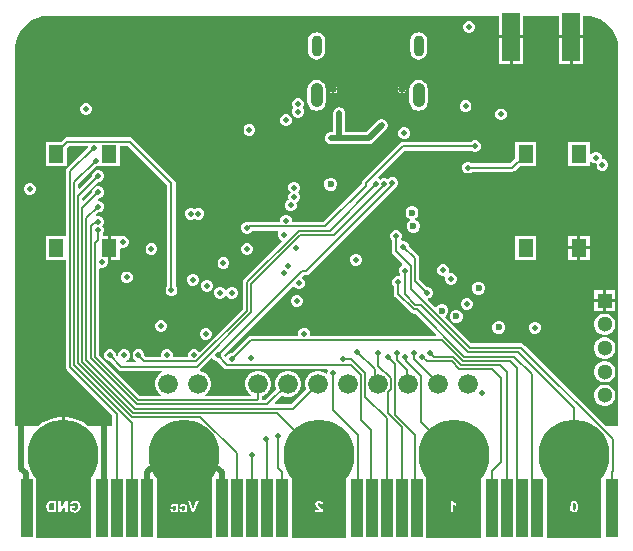
<source format=gbl>
G04*
G04 #@! TF.GenerationSoftware,Altium Limited,Altium Designer,24.2.2 (26)*
G04*
G04 Layer_Physical_Order=4*
G04 Layer_Color=16711680*
%FSLAX43Y43*%
%MOMM*%
G71*
G04*
G04 #@! TF.SameCoordinates,64C95865-F52C-4F6A-8C26-E1CD83AD4D4F*
G04*
G04*
G04 #@! TF.FilePolarity,Positive*
G04*
G01*
G75*
%ADD11C,0.200*%
%ADD13C,0.254*%
%ADD19R,1.000X5.000*%
%ADD66R,1.524X4.064*%
%ADD68C,0.500*%
%ADD69C,0.300*%
%ADD74C,6.000*%
%ADD75C,1.676*%
%ADD76C,1.300*%
%ADD77C,0.650*%
%ADD78O,0.900X1.800*%
%ADD79O,1.050X2.100*%
%ADD80R,1.300X1.300*%
%ADD81C,0.500*%
%ADD82C,0.600*%
%ADD83R,1.300X1.550*%
%ADD84C,0.508*%
G36*
X49056Y44093D02*
X49415Y43996D01*
X49760Y43854D01*
X50082Y43668D01*
X50378Y43441D01*
X50641Y43177D01*
X50868Y42882D01*
X51054Y42559D01*
X51196Y42215D01*
X51293Y41855D01*
X51342Y41486D01*
Y41300D01*
Y9400D01*
X50246D01*
X43343Y16302D01*
X43228Y16380D01*
X43091Y16407D01*
X38898D01*
X36682Y18623D01*
X36701Y18719D01*
X36855Y18873D01*
X36939Y19075D01*
Y19294D01*
X36855Y19496D01*
X36701Y19651D01*
X36498Y19735D01*
X36280D01*
X36077Y19651D01*
X35923Y19496D01*
X35827Y19477D01*
X35222Y20083D01*
X35259Y20225D01*
X35383Y20276D01*
X35524Y20417D01*
X35600Y20601D01*
Y20799D01*
X35524Y20983D01*
X35383Y21124D01*
X35199Y21200D01*
X35105D01*
X34461Y21844D01*
Y23619D01*
X34434Y23756D01*
X34356Y23871D01*
X33608Y24620D01*
Y24714D01*
X33532Y24898D01*
X33391Y25039D01*
X33208Y25115D01*
X33009D01*
X32997Y25110D01*
X32925Y25215D01*
X32924Y25217D01*
X33000Y25401D01*
Y25599D01*
X32924Y25783D01*
X32783Y25924D01*
X32599Y26000D01*
X32401D01*
X32217Y25924D01*
X32076Y25783D01*
X32000Y25599D01*
Y25401D01*
X32076Y25217D01*
X32143Y25150D01*
Y24200D01*
X32170Y24063D01*
X32248Y23948D01*
X33055Y23141D01*
X33030Y23016D01*
X32971Y22992D01*
X32830Y22851D01*
X32754Y22667D01*
Y22468D01*
X32830Y22285D01*
X32841Y22274D01*
X32828Y22119D01*
X32799Y22100D01*
X32601D01*
X32417Y22024D01*
X32276Y21883D01*
X32200Y21699D01*
Y21501D01*
X32276Y21317D01*
X32343Y21250D01*
Y20600D01*
X32370Y20463D01*
X32448Y20348D01*
X33748Y19048D01*
X33863Y18970D01*
X34000Y18943D01*
X34152D01*
X35921Y17174D01*
X35873Y17057D01*
X25313D01*
X25250Y17151D01*
Y17349D01*
X25174Y17533D01*
X25033Y17674D01*
X24849Y17750D01*
X24651D01*
X24467Y17674D01*
X24326Y17533D01*
X24250Y17349D01*
Y17151D01*
X24187Y17057D01*
X20200D01*
X20063Y17030D01*
X19948Y16952D01*
X18595Y15600D01*
X18501D01*
X18317Y15524D01*
X18176Y15383D01*
X18145Y15309D01*
X18021Y15284D01*
X17905Y15400D01*
X23750Y21245D01*
X23875Y21221D01*
X23876Y21217D01*
X24017Y21076D01*
X24201Y21000D01*
X24399D01*
X24583Y21076D01*
X24724Y21217D01*
X24800Y21401D01*
Y21599D01*
X24724Y21783D01*
X24583Y21924D01*
X24579Y21925D01*
X24555Y22050D01*
X24723Y22218D01*
X24882D01*
X25019Y22245D01*
X25135Y22323D01*
X32320Y29509D01*
X32483Y29576D01*
X32624Y29717D01*
X32700Y29901D01*
Y30099D01*
X32624Y30283D01*
X32483Y30424D01*
X32299Y30500D01*
X32101D01*
X31917Y30424D01*
X31800Y30307D01*
X31783Y30324D01*
X31599Y30400D01*
X31401D01*
X31217Y30324D01*
X31175Y30282D01*
X31133Y30324D01*
X31045Y30361D01*
X31015Y30510D01*
X33248Y32743D01*
X38850D01*
X38917Y32676D01*
X39101Y32600D01*
X39299D01*
X39483Y32676D01*
X39624Y32817D01*
X39700Y33001D01*
Y33199D01*
X39624Y33383D01*
X39483Y33524D01*
X39299Y33600D01*
X39101D01*
X38917Y33524D01*
X38850Y33457D01*
X33100D01*
X32963Y33430D01*
X32848Y33352D01*
X29726Y30231D01*
X29649Y30115D01*
X29622Y29979D01*
Y29927D01*
X26368Y26673D01*
X23729D01*
X23700Y26717D01*
Y26916D01*
X23624Y27099D01*
X23483Y27240D01*
X23299Y27316D01*
X23101D01*
X22917Y27240D01*
X22776Y27099D01*
X22700Y26916D01*
Y26717D01*
X22671Y26673D01*
X20097D01*
X20075Y26669D01*
X19999Y26700D01*
X19801D01*
X19617Y26624D01*
X19476Y26483D01*
X19400Y26299D01*
Y26101D01*
X19476Y25917D01*
X19617Y25776D01*
X19801Y25700D01*
X19999D01*
X20183Y25776D01*
X20324Y25917D01*
X20341Y25959D01*
X22486D01*
X22555Y25832D01*
X22500Y25699D01*
Y25501D01*
X22576Y25317D01*
X22717Y25176D01*
X22790Y25146D01*
X22815Y25021D01*
X19649Y21856D01*
X19572Y21740D01*
X19545Y21604D01*
Y19342D01*
X15875Y15673D01*
X15824Y15683D01*
X15683Y15824D01*
X15499Y15900D01*
X15301D01*
X15117Y15824D01*
X14976Y15683D01*
X14900Y15499D01*
Y15301D01*
X14871Y15257D01*
X13629D01*
X13600Y15301D01*
Y15499D01*
X13524Y15683D01*
X13383Y15824D01*
X13199Y15900D01*
X13001D01*
X12817Y15824D01*
X12676Y15683D01*
X12600Y15499D01*
Y15301D01*
X12571Y15257D01*
X11348D01*
X11200Y15405D01*
Y15499D01*
X11124Y15683D01*
X10983Y15824D01*
X10799Y15900D01*
X10601D01*
X10417Y15824D01*
X10276Y15683D01*
X10200Y15499D01*
Y15301D01*
X10276Y15117D01*
X10417Y14976D01*
X10519Y14934D01*
X10494Y14807D01*
X9706D01*
X9681Y14934D01*
X9783Y14976D01*
X9924Y15117D01*
X10000Y15301D01*
Y15499D01*
X9924Y15683D01*
X9783Y15824D01*
X9599Y15900D01*
X9401D01*
X9217Y15824D01*
X9076Y15683D01*
X9000Y15499D01*
Y15408D01*
X8884Y15358D01*
X8800Y15425D01*
Y15499D01*
X8724Y15683D01*
X8583Y15824D01*
X8399Y15900D01*
X8201D01*
X8017Y15824D01*
X7876Y15683D01*
X7800Y15499D01*
Y15301D01*
X7876Y15117D01*
X8017Y14976D01*
X8201Y14900D01*
X8295D01*
X8998Y14198D01*
X9113Y14120D01*
X9250Y14093D01*
X12658D01*
X12692Y13966D01*
X12527Y13871D01*
X12324Y13668D01*
X12181Y13420D01*
X12107Y13143D01*
Y12857D01*
X12181Y12580D01*
X12324Y12332D01*
X12527Y12129D01*
X12605Y12084D01*
X12571Y11957D01*
X10848D01*
X7357Y15448D01*
Y22745D01*
X7462Y22816D01*
X7501Y22800D01*
X7699D01*
X7883Y22876D01*
X8024Y23017D01*
X8100Y23201D01*
Y23399D01*
X8125Y23437D01*
Y24525D01*
Y25550D01*
X7723D01*
X7684Y25677D01*
X7724Y25717D01*
X7800Y25901D01*
Y26099D01*
X7724Y26283D01*
X7657Y26350D01*
X7724Y26417D01*
X7800Y26601D01*
Y26799D01*
X7724Y26983D01*
X7583Y27124D01*
X7399Y27200D01*
X7201D01*
X7173Y27188D01*
X7101Y27296D01*
X7305Y27500D01*
X7399D01*
X7583Y27576D01*
X7724Y27717D01*
X7800Y27901D01*
Y28099D01*
X7724Y28283D01*
X7583Y28424D01*
X7399Y28500D01*
X7308D01*
X7258Y28616D01*
X7325Y28700D01*
X7399D01*
X7583Y28776D01*
X7724Y28917D01*
X7800Y29101D01*
Y29299D01*
X7724Y29483D01*
X7583Y29624D01*
X7399Y29700D01*
X7201D01*
X7017Y29624D01*
X6876Y29483D01*
X6800Y29299D01*
Y29205D01*
X6074Y28479D01*
X5957Y28527D01*
Y28752D01*
X7305Y30100D01*
X7399D01*
X7583Y30176D01*
X7724Y30317D01*
X7800Y30501D01*
Y30699D01*
X7724Y30883D01*
X7583Y31024D01*
X7399Y31100D01*
X7201D01*
X7017Y31024D01*
X6876Y30883D01*
X6800Y30699D01*
Y30605D01*
X5724Y29529D01*
X5607Y29577D01*
Y29902D01*
X7105Y31400D01*
X7199D01*
X7339Y31458D01*
X7350Y31450D01*
Y31450D01*
X9150D01*
Y33143D01*
X9852D01*
X13143Y29852D01*
Y21250D01*
X13076Y21183D01*
X13000Y20999D01*
Y20801D01*
X13076Y20617D01*
X13217Y20476D01*
X13401Y20400D01*
X13599D01*
X13783Y20476D01*
X13924Y20617D01*
X14000Y20801D01*
Y20999D01*
X13924Y21183D01*
X13857Y21250D01*
Y30000D01*
X13830Y30137D01*
X13752Y30252D01*
X10252Y33752D01*
X10137Y33830D01*
X10000Y33857D01*
X4650D01*
X4513Y33830D01*
X4398Y33752D01*
X4145Y33500D01*
X2850D01*
Y31450D01*
X4650D01*
Y32995D01*
X4798Y33143D01*
X6371D01*
X6400Y33099D01*
Y33005D01*
X4648Y31252D01*
X4570Y31137D01*
X4543Y31000D01*
Y25550D01*
X2850D01*
Y23500D01*
X4543D01*
Y14430D01*
X4570Y14294D01*
X4648Y14178D01*
X8498Y10327D01*
Y9400D01*
X6501D01*
X6472Y9429D01*
X6058Y9730D01*
X5603Y9962D01*
X5116Y10120D01*
X4611Y10200D01*
X4480D01*
Y6950D01*
X4230D01*
Y10200D01*
X4099D01*
X3594Y10120D01*
X3107Y9962D01*
X2652Y9730D01*
X2238Y9429D01*
X2209Y9400D01*
X258D01*
X258Y41386D01*
X259Y41394D01*
X259Y41403D01*
X261Y41412D01*
X268Y41593D01*
X328Y41951D01*
X434Y42299D01*
X582Y42630D01*
X772Y42939D01*
X1000Y43222D01*
X1261Y43474D01*
X1553Y43690D01*
X1870Y43868D01*
X2207Y44003D01*
X2558Y44095D01*
X2918Y44141D01*
X41248D01*
Y42493D01*
X43272D01*
Y44141D01*
X46328D01*
Y42493D01*
X48352D01*
Y44141D01*
X48686D01*
X49056Y44093D01*
D02*
G37*
G36*
X16975Y15119D02*
X16976Y15117D01*
X17117Y14976D01*
X17301Y14900D01*
X17395D01*
X17948Y14348D01*
X18063Y14270D01*
X18200Y14243D01*
X26670D01*
X26748Y14116D01*
X26700Y13999D01*
Y13914D01*
X26573Y13861D01*
X26563Y13871D01*
X26315Y14014D01*
X26038Y14088D01*
X25752D01*
X25475Y14014D01*
X25227Y13871D01*
X25024Y13668D01*
X24881Y13420D01*
X24807Y13143D01*
Y12857D01*
X24881Y12580D01*
X24914Y12523D01*
X23647Y11257D01*
X22282D01*
X22234Y11374D01*
X22878Y12019D01*
X22935Y11986D01*
X23212Y11912D01*
X23498D01*
X23775Y11986D01*
X24023Y12129D01*
X24226Y12332D01*
X24369Y12580D01*
X24443Y12857D01*
Y13143D01*
X24369Y13420D01*
X24226Y13668D01*
X24023Y13871D01*
X23775Y14014D01*
X23498Y14088D01*
X23212D01*
X22935Y14014D01*
X22687Y13871D01*
X22484Y13668D01*
X22341Y13420D01*
X22267Y13143D01*
Y12857D01*
X22341Y12580D01*
X22374Y12523D01*
X21457Y11607D01*
X21250D01*
X21169Y11705D01*
X21172Y11717D01*
Y11969D01*
X21235Y11986D01*
X21483Y12129D01*
X21686Y12332D01*
X21829Y12580D01*
X21903Y12857D01*
Y13143D01*
X21829Y13420D01*
X21686Y13668D01*
X21483Y13871D01*
X21235Y14014D01*
X20958Y14088D01*
X20672D01*
X20395Y14014D01*
X20147Y13871D01*
X19944Y13668D01*
X19801Y13420D01*
X19727Y13143D01*
Y12857D01*
X19801Y12580D01*
X19944Y12332D01*
X20147Y12129D01*
X20225Y12084D01*
X20191Y11957D01*
X16359D01*
X16325Y12084D01*
X16403Y12129D01*
X16606Y12332D01*
X16749Y12580D01*
X16823Y12857D01*
Y13143D01*
X16749Y13420D01*
X16606Y13668D01*
X16403Y13871D01*
X16155Y14014D01*
X15943Y14071D01*
X15918Y14154D01*
X15916Y14210D01*
X16851Y15144D01*
X16975Y15119D01*
D02*
G37*
G36*
X16900Y-40D02*
X12290D01*
Y5235D01*
X16900D01*
Y-40D01*
D02*
G37*
G36*
X6660D02*
X2050D01*
Y5235D01*
X6660D01*
Y-40D01*
D02*
G37*
G36*
X39690D02*
X35080D01*
Y5235D01*
X39690D01*
Y-40D01*
D02*
G37*
G36*
X28310D02*
X23700D01*
Y5235D01*
X28310D01*
Y-40D01*
D02*
G37*
G36*
X49900D02*
X45290D01*
Y5235D01*
X49900D01*
Y-40D01*
D02*
G37*
%LPC*%
G36*
X38799Y43700D02*
X38601D01*
X38417Y43624D01*
X38276Y43483D01*
X38200Y43299D01*
Y43101D01*
X38276Y42917D01*
X38417Y42776D01*
X38601Y42700D01*
X38799D01*
X38983Y42776D01*
X39124Y42917D01*
X39200Y43101D01*
Y43299D01*
X39124Y43483D01*
X38983Y43624D01*
X38799Y43700D01*
D02*
G37*
G36*
X34420Y42756D02*
X34237Y42732D01*
X34067Y42661D01*
X33921Y42549D01*
X33809Y42403D01*
X33738Y42233D01*
X33714Y42050D01*
Y41150D01*
X33738Y40967D01*
X33809Y40797D01*
X33921Y40651D01*
X34067Y40539D01*
X34237Y40468D01*
X34420Y40444D01*
X34603Y40468D01*
X34773Y40539D01*
X34919Y40651D01*
X35031Y40797D01*
X35102Y40967D01*
X35126Y41150D01*
Y42050D01*
X35102Y42233D01*
X35031Y42403D01*
X34919Y42549D01*
X34773Y42661D01*
X34603Y42732D01*
X34420Y42756D01*
D02*
G37*
G36*
X25780D02*
X25597Y42732D01*
X25427Y42661D01*
X25281Y42549D01*
X25169Y42403D01*
X25098Y42233D01*
X25074Y42050D01*
Y41150D01*
X25098Y40967D01*
X25169Y40797D01*
X25281Y40651D01*
X25427Y40539D01*
X25597Y40468D01*
X25780Y40444D01*
X25963Y40468D01*
X26133Y40539D01*
X26279Y40651D01*
X26391Y40797D01*
X26462Y40967D01*
X26486Y41150D01*
Y42050D01*
X26462Y42233D01*
X26391Y42403D01*
X26279Y42549D01*
X26133Y42661D01*
X25963Y42732D01*
X25780Y42756D01*
D02*
G37*
G36*
X48352Y42243D02*
X47465D01*
Y40086D01*
X48352D01*
Y42243D01*
D02*
G37*
G36*
X47215D02*
X46328D01*
Y40086D01*
X47215D01*
Y42243D01*
D02*
G37*
G36*
X43272D02*
X42385D01*
Y40086D01*
X43272D01*
Y42243D01*
D02*
G37*
G36*
X42135D02*
X41248D01*
Y40086D01*
X42135D01*
Y42243D01*
D02*
G37*
G36*
X33055Y38245D02*
X32925D01*
X32806Y38196D01*
X32714Y38104D01*
X32665Y37985D01*
Y37855D01*
X32714Y37736D01*
X32806Y37644D01*
X32925Y37595D01*
X33055D01*
X33174Y37644D01*
X33266Y37736D01*
X33315Y37855D01*
Y37985D01*
X33266Y38104D01*
X33174Y38196D01*
X33055Y38245D01*
D02*
G37*
G36*
X27275D02*
X27145D01*
X27026Y38196D01*
X26934Y38104D01*
X26885Y37985D01*
Y37855D01*
X26934Y37736D01*
X27026Y37644D01*
X27145Y37595D01*
X27275D01*
X27394Y37644D01*
X27486Y37736D01*
X27535Y37855D01*
Y37985D01*
X27486Y38104D01*
X27394Y38196D01*
X27275Y38245D01*
D02*
G37*
G36*
X34420Y38727D02*
X34218Y38700D01*
X34029Y38622D01*
X33867Y38498D01*
X33743Y38336D01*
X33665Y38147D01*
X33638Y37945D01*
Y36895D01*
X33665Y36693D01*
X33743Y36504D01*
X33867Y36342D01*
X34029Y36218D01*
X34218Y36140D01*
X34420Y36113D01*
X34622Y36140D01*
X34811Y36218D01*
X34973Y36342D01*
X35097Y36504D01*
X35175Y36693D01*
X35202Y36895D01*
Y37945D01*
X35175Y38147D01*
X35097Y38336D01*
X34973Y38498D01*
X34811Y38622D01*
X34622Y38700D01*
X34420Y38727D01*
D02*
G37*
G36*
X25780D02*
X25578Y38700D01*
X25389Y38622D01*
X25227Y38498D01*
X25103Y38336D01*
X25025Y38147D01*
X24998Y37945D01*
Y36895D01*
X25025Y36693D01*
X25103Y36504D01*
X25227Y36342D01*
X25389Y36218D01*
X25578Y36140D01*
X25780Y36113D01*
X25982Y36140D01*
X26171Y36218D01*
X26333Y36342D01*
X26457Y36504D01*
X26535Y36693D01*
X26562Y36895D01*
Y37945D01*
X26535Y38147D01*
X26457Y38336D01*
X26333Y38498D01*
X26171Y38622D01*
X25982Y38700D01*
X25780Y38727D01*
D02*
G37*
G36*
X38499Y37000D02*
X38301D01*
X38117Y36924D01*
X37976Y36783D01*
X37900Y36599D01*
Y36401D01*
X37976Y36217D01*
X38117Y36076D01*
X38301Y36000D01*
X38499D01*
X38683Y36076D01*
X38824Y36217D01*
X38900Y36401D01*
Y36599D01*
X38824Y36783D01*
X38683Y36924D01*
X38499Y37000D01*
D02*
G37*
G36*
X6349Y36750D02*
X6151D01*
X5967Y36674D01*
X5826Y36533D01*
X5750Y36349D01*
Y36151D01*
X5826Y35967D01*
X5967Y35826D01*
X6151Y35750D01*
X6349D01*
X6533Y35826D01*
X6674Y35967D01*
X6750Y36151D01*
Y36349D01*
X6674Y36533D01*
X6533Y36674D01*
X6349Y36750D01*
D02*
G37*
G36*
X24299Y37190D02*
X24101D01*
X23917Y37114D01*
X23776Y36973D01*
X23700Y36790D01*
Y36591D01*
X23776Y36407D01*
X23818Y36365D01*
X23776Y36323D01*
X23700Y36140D01*
Y35941D01*
X23776Y35757D01*
X23917Y35616D01*
X24101Y35540D01*
X24299D01*
X24483Y35616D01*
X24624Y35757D01*
X24700Y35941D01*
Y36140D01*
X24624Y36323D01*
X24582Y36365D01*
X24624Y36407D01*
X24700Y36591D01*
Y36790D01*
X24624Y36973D01*
X24483Y37114D01*
X24299Y37190D01*
D02*
G37*
G36*
X41499Y36300D02*
X41301D01*
X41117Y36224D01*
X40976Y36083D01*
X40900Y35899D01*
Y35701D01*
X40976Y35517D01*
X41117Y35376D01*
X41301Y35300D01*
X41499D01*
X41683Y35376D01*
X41824Y35517D01*
X41900Y35701D01*
Y35899D01*
X41824Y36083D01*
X41683Y36224D01*
X41499Y36300D01*
D02*
G37*
G36*
X23299Y35800D02*
X23101D01*
X22917Y35724D01*
X22776Y35583D01*
X22700Y35399D01*
Y35201D01*
X22776Y35017D01*
X22917Y34876D01*
X23101Y34800D01*
X23299D01*
X23483Y34876D01*
X23624Y35017D01*
X23700Y35201D01*
Y35399D01*
X23624Y35583D01*
X23483Y35724D01*
X23299Y35800D01*
D02*
G37*
G36*
X20199Y35000D02*
X20001D01*
X19817Y34924D01*
X19676Y34783D01*
X19600Y34599D01*
Y34401D01*
X19676Y34217D01*
X19817Y34076D01*
X20001Y34000D01*
X20199D01*
X20383Y34076D01*
X20524Y34217D01*
X20600Y34401D01*
Y34599D01*
X20524Y34783D01*
X20383Y34924D01*
X20199Y35000D01*
D02*
G37*
G36*
X33299Y34700D02*
X33101D01*
X32917Y34624D01*
X32776Y34483D01*
X32700Y34299D01*
Y34101D01*
X32776Y33917D01*
X32917Y33776D01*
X33101Y33700D01*
X33299D01*
X33483Y33776D01*
X33624Y33917D01*
X33700Y34101D01*
Y34299D01*
X33624Y34483D01*
X33483Y34624D01*
X33299Y34700D01*
D02*
G37*
G36*
X27700Y36410D02*
X27651Y36400D01*
X27601D01*
X27554Y36381D01*
X27505Y36371D01*
X27463Y36343D01*
X27417Y36324D01*
X27381Y36288D01*
X27340Y36260D01*
X27312Y36219D01*
X27276Y36183D01*
X27257Y36137D01*
X27229Y36095D01*
X27219Y36046D01*
X27200Y35999D01*
Y35949D01*
X27190Y35900D01*
Y34310D01*
X27000D01*
X26951Y34300D01*
X26901D01*
X26854Y34281D01*
X26805Y34271D01*
X26763Y34243D01*
X26717Y34224D01*
X26681Y34188D01*
X26640Y34160D01*
X26612Y34119D01*
X26576Y34083D01*
X26557Y34037D01*
X26529Y33995D01*
X26519Y33946D01*
X26500Y33899D01*
Y33849D01*
X26490Y33800D01*
X26500Y33751D01*
Y33701D01*
X26519Y33654D01*
X26529Y33605D01*
X26557Y33563D01*
X26576Y33517D01*
X26612Y33481D01*
X26640Y33440D01*
X26681Y33412D01*
X26717Y33376D01*
X26763Y33357D01*
X26805Y33329D01*
X26854Y33319D01*
X26901Y33300D01*
X26951D01*
X27000Y33290D01*
X30200D01*
X30395Y33329D01*
X30560Y33440D01*
X31660Y34540D01*
X31688Y34581D01*
X31724Y34617D01*
X31743Y34663D01*
X31771Y34705D01*
X31781Y34754D01*
X31800Y34801D01*
Y34851D01*
X31810Y34900D01*
X31800Y34949D01*
Y34999D01*
X31781Y35046D01*
X31771Y35095D01*
X31743Y35137D01*
X31724Y35183D01*
X31688Y35219D01*
X31660Y35260D01*
X31619Y35288D01*
X31583Y35324D01*
X31537Y35343D01*
X31495Y35371D01*
X31446Y35381D01*
X31399Y35400D01*
X31349D01*
X31300Y35410D01*
X31251Y35400D01*
X31201D01*
X31154Y35381D01*
X31105Y35371D01*
X31063Y35343D01*
X31017Y35324D01*
X30981Y35288D01*
X30940Y35260D01*
X29989Y34310D01*
X28210D01*
Y35900D01*
X28200Y35949D01*
Y35999D01*
X28181Y36046D01*
X28171Y36095D01*
X28143Y36137D01*
X28124Y36183D01*
X28088Y36219D01*
X28060Y36260D01*
X28019Y36288D01*
X27983Y36324D01*
X27937Y36343D01*
X27895Y36371D01*
X27846Y36381D01*
X27799Y36400D01*
X27749D01*
X27700Y36410D01*
D02*
G37*
G36*
X44400Y33500D02*
X42600D01*
Y32071D01*
X42573Y32052D01*
X42177Y31657D01*
X38950D01*
X38883Y31724D01*
X38699Y31800D01*
X38501D01*
X38317Y31724D01*
X38176Y31583D01*
X38100Y31399D01*
Y31201D01*
X38176Y31017D01*
X38317Y30876D01*
X38501Y30800D01*
X38699D01*
X38883Y30876D01*
X38950Y30943D01*
X42325D01*
X42462Y30970D01*
X42577Y31048D01*
X42978Y31449D01*
X42984Y31450D01*
X44400D01*
Y33500D01*
D02*
G37*
G36*
X48900D02*
X47100D01*
Y31450D01*
X48900D01*
Y31804D01*
X48906Y31808D01*
X49027Y31843D01*
X49142Y31728D01*
X49325Y31652D01*
X49460D01*
X49485Y31615D01*
Y31416D01*
X49561Y31232D01*
X49702Y31092D01*
X49885Y31015D01*
X50084D01*
X50268Y31092D01*
X50409Y31232D01*
X50485Y31416D01*
Y31615D01*
X50409Y31799D01*
X50268Y31939D01*
X50084Y32015D01*
X49950D01*
X49925Y32053D01*
Y32251D01*
X49849Y32435D01*
X49708Y32576D01*
X49524Y32652D01*
X49325D01*
X49142Y32576D01*
X49027Y32461D01*
X48906Y32496D01*
X48900Y32500D01*
Y33500D01*
D02*
G37*
G36*
X27109Y30450D02*
X26891D01*
X26688Y30366D01*
X26534Y30212D01*
X26450Y30009D01*
Y29791D01*
X26534Y29588D01*
X26688Y29434D01*
X26891Y29350D01*
X27109D01*
X27312Y29434D01*
X27466Y29588D01*
X27550Y29791D01*
Y30009D01*
X27466Y30212D01*
X27312Y30366D01*
X27109Y30450D01*
D02*
G37*
G36*
X1599Y30000D02*
X1401D01*
X1217Y29924D01*
X1076Y29783D01*
X1000Y29599D01*
Y29401D01*
X1076Y29217D01*
X1217Y29076D01*
X1401Y29000D01*
X1599D01*
X1783Y29076D01*
X1924Y29217D01*
X2000Y29401D01*
Y29599D01*
X1924Y29783D01*
X1783Y29924D01*
X1599Y30000D01*
D02*
G37*
G36*
X15874Y27900D02*
X15676D01*
X15492Y27824D01*
X15450Y27782D01*
X15408Y27824D01*
X15224Y27900D01*
X15026D01*
X14842Y27824D01*
X14701Y27683D01*
X14625Y27499D01*
Y27301D01*
X14701Y27117D01*
X14842Y26976D01*
X15026Y26900D01*
X15224D01*
X15408Y26976D01*
X15450Y27018D01*
X15492Y26976D01*
X15676Y26900D01*
X15874D01*
X16058Y26976D01*
X16199Y27117D01*
X16275Y27301D01*
Y27499D01*
X16199Y27683D01*
X16058Y27824D01*
X15874Y27900D01*
D02*
G37*
G36*
X23999Y30100D02*
X23801D01*
X23617Y30024D01*
X23476Y29883D01*
X23400Y29699D01*
Y29501D01*
X23476Y29317D01*
X23593Y29200D01*
X23476Y29083D01*
X23400Y28899D01*
Y28701D01*
X23450Y28579D01*
X23317Y28524D01*
X23176Y28383D01*
X23100Y28199D01*
Y28001D01*
X23176Y27817D01*
X23317Y27676D01*
X23501Y27600D01*
X23699D01*
X23883Y27676D01*
X24024Y27817D01*
X24100Y28001D01*
Y28199D01*
X24050Y28321D01*
X24183Y28376D01*
X24324Y28517D01*
X24400Y28701D01*
Y28899D01*
X24324Y29083D01*
X24207Y29200D01*
X24324Y29317D01*
X24400Y29501D01*
Y29699D01*
X24324Y29883D01*
X24183Y30024D01*
X23999Y30100D01*
D02*
G37*
G36*
X33973Y28041D02*
X33754D01*
X33552Y27958D01*
X33397Y27803D01*
X33313Y27601D01*
Y27382D01*
X33397Y27180D01*
X33552Y27025D01*
X33694Y26966D01*
Y26829D01*
X33663Y26816D01*
X33509Y26662D01*
X33425Y26459D01*
Y26241D01*
X33509Y26038D01*
X33663Y25884D01*
X33866Y25800D01*
X34084D01*
X34286Y25884D01*
X34441Y26038D01*
X34525Y26241D01*
Y26459D01*
X34441Y26662D01*
X34286Y26816D01*
X34144Y26875D01*
Y27013D01*
X34175Y27025D01*
X34330Y27180D01*
X34413Y27382D01*
Y27601D01*
X34330Y27803D01*
X34175Y27958D01*
X33973Y28041D01*
D02*
G37*
G36*
X48900Y25550D02*
X48125D01*
Y24650D01*
X48900D01*
Y25550D01*
D02*
G37*
G36*
X47875D02*
X47100D01*
Y24650D01*
X47875D01*
Y25550D01*
D02*
G37*
G36*
X9150Y25550D02*
Y25550D01*
X8375D01*
Y24525D01*
Y23500D01*
X9150D01*
Y24448D01*
X9256Y24519D01*
X9301Y24500D01*
X9499D01*
X9683Y24576D01*
X9824Y24717D01*
X9900Y24901D01*
Y25099D01*
X9824Y25283D01*
X9683Y25424D01*
X9499Y25500D01*
X9301D01*
X9254Y25481D01*
X9150Y25550D01*
D02*
G37*
G36*
X19999Y24900D02*
X19801D01*
X19617Y24824D01*
X19476Y24683D01*
X19400Y24499D01*
Y24301D01*
X19476Y24117D01*
X19617Y23976D01*
X19801Y23900D01*
X19999D01*
X20183Y23976D01*
X20324Y24117D01*
X20400Y24301D01*
Y24499D01*
X20324Y24683D01*
X20183Y24824D01*
X19999Y24900D01*
D02*
G37*
G36*
X11899D02*
X11701D01*
X11517Y24824D01*
X11376Y24683D01*
X11300Y24499D01*
Y24301D01*
X11376Y24117D01*
X11517Y23976D01*
X11701Y23900D01*
X11899D01*
X12083Y23976D01*
X12224Y24117D01*
X12300Y24301D01*
Y24499D01*
X12224Y24683D01*
X12083Y24824D01*
X11899Y24900D01*
D02*
G37*
G36*
X48900Y24400D02*
X48125D01*
Y23500D01*
X48900D01*
Y24400D01*
D02*
G37*
G36*
X47875D02*
X47100D01*
Y23500D01*
X47875D01*
Y24400D01*
D02*
G37*
G36*
X44400Y25550D02*
X42600D01*
Y23500D01*
X44400D01*
Y25550D01*
D02*
G37*
G36*
X29199Y24000D02*
X29001D01*
X28817Y23924D01*
X28676Y23783D01*
X28600Y23599D01*
Y23401D01*
X28676Y23217D01*
X28817Y23076D01*
X29001Y23000D01*
X29199D01*
X29383Y23076D01*
X29524Y23217D01*
X29600Y23401D01*
Y23599D01*
X29524Y23783D01*
X29383Y23924D01*
X29199Y24000D01*
D02*
G37*
G36*
X17999Y23700D02*
X17801D01*
X17617Y23624D01*
X17476Y23483D01*
X17400Y23299D01*
Y23101D01*
X17476Y22917D01*
X17617Y22776D01*
X17801Y22700D01*
X17999D01*
X18183Y22776D01*
X18324Y22917D01*
X18400Y23101D01*
Y23299D01*
X18324Y23483D01*
X18183Y23624D01*
X17999Y23700D01*
D02*
G37*
G36*
X9799Y22500D02*
X9601D01*
X9417Y22424D01*
X9276Y22283D01*
X9200Y22099D01*
Y21901D01*
X9276Y21717D01*
X9417Y21576D01*
X9601Y21500D01*
X9799D01*
X9983Y21576D01*
X10124Y21717D01*
X10200Y21901D01*
Y22099D01*
X10124Y22283D01*
X9983Y22424D01*
X9799Y22500D01*
D02*
G37*
G36*
X36595Y23100D02*
X36397D01*
X36213Y23024D01*
X36072Y22883D01*
X35996Y22699D01*
Y22501D01*
X36072Y22317D01*
X36213Y22176D01*
X36397Y22100D01*
X36595D01*
X36598Y22101D01*
X36695Y22004D01*
X36678Y21962D01*
Y21763D01*
X36754Y21579D01*
X36894Y21439D01*
X37078Y21363D01*
X37277D01*
X37461Y21439D01*
X37602Y21579D01*
X37678Y21763D01*
Y21962D01*
X37602Y22146D01*
X37461Y22287D01*
X37277Y22363D01*
X37078D01*
X37076Y22362D01*
X36979Y22459D01*
X36996Y22501D01*
Y22699D01*
X36920Y22883D01*
X36779Y23024D01*
X36595Y23100D01*
D02*
G37*
G36*
X15399Y22300D02*
X15201D01*
X15017Y22224D01*
X14876Y22083D01*
X14800Y21899D01*
Y21701D01*
X14876Y21517D01*
X15017Y21376D01*
X15201Y21300D01*
X15399D01*
X15583Y21376D01*
X15724Y21517D01*
X15800Y21701D01*
Y21899D01*
X15724Y22083D01*
X15583Y22224D01*
X15399Y22300D01*
D02*
G37*
G36*
X18699Y21200D02*
X18501D01*
X18317Y21124D01*
X18176Y20983D01*
X18169Y20965D01*
X18031D01*
X18024Y20983D01*
X17883Y21124D01*
X17699Y21200D01*
X17501D01*
X17317Y21124D01*
X17176Y20983D01*
X17100Y20799D01*
Y20601D01*
X17176Y20417D01*
X17317Y20276D01*
X17501Y20200D01*
X17699D01*
X17883Y20276D01*
X18024Y20417D01*
X18031Y20435D01*
X18169D01*
X18176Y20417D01*
X18317Y20276D01*
X18501Y20200D01*
X18699D01*
X18883Y20276D01*
X19024Y20417D01*
X19100Y20601D01*
Y20799D01*
X19024Y20983D01*
X18883Y21124D01*
X18699Y21200D01*
D02*
G37*
G36*
X16599Y21800D02*
X16401D01*
X16217Y21724D01*
X16076Y21583D01*
X16000Y21399D01*
Y21201D01*
X16076Y21017D01*
X16217Y20876D01*
X16401Y20800D01*
X16599D01*
X16783Y20876D01*
X16924Y21017D01*
X17000Y21201D01*
Y21399D01*
X16924Y21583D01*
X16783Y21724D01*
X16599Y21800D01*
D02*
G37*
G36*
X39609Y21650D02*
X39391D01*
X39188Y21566D01*
X39034Y21412D01*
X38950Y21209D01*
Y20991D01*
X39034Y20788D01*
X39188Y20634D01*
X39391Y20550D01*
X39609D01*
X39812Y20634D01*
X39966Y20788D01*
X40050Y20991D01*
Y21209D01*
X39966Y21412D01*
X39812Y21566D01*
X39609Y21650D01*
D02*
G37*
G36*
X51075Y20925D02*
X50300D01*
Y20150D01*
X51075D01*
Y20925D01*
D02*
G37*
G36*
X50050D02*
X49275D01*
Y20150D01*
X50050D01*
Y20925D01*
D02*
G37*
G36*
X24199Y20500D02*
X24001D01*
X23817Y20424D01*
X23676Y20283D01*
X23600Y20099D01*
Y19901D01*
X23676Y19717D01*
X23817Y19576D01*
X24001Y19500D01*
X24199D01*
X24383Y19576D01*
X24524Y19717D01*
X24600Y19901D01*
Y20099D01*
X24524Y20283D01*
X24383Y20424D01*
X24199Y20500D01*
D02*
G37*
G36*
X38599Y20250D02*
X38401D01*
X38217Y20174D01*
X38076Y20033D01*
X38000Y19849D01*
Y19651D01*
X38076Y19467D01*
X38217Y19326D01*
X38401Y19250D01*
X38599D01*
X38783Y19326D01*
X38924Y19467D01*
X39000Y19651D01*
Y19849D01*
X38924Y20033D01*
X38783Y20174D01*
X38599Y20250D01*
D02*
G37*
G36*
X51075Y19900D02*
X50300D01*
Y19125D01*
X51075D01*
Y19900D01*
D02*
G37*
G36*
X50050D02*
X49275D01*
Y19125D01*
X50050D01*
Y19900D01*
D02*
G37*
G36*
X37709Y19250D02*
X37491D01*
X37288Y19166D01*
X37134Y19012D01*
X37050Y18809D01*
Y18591D01*
X37134Y18388D01*
X37288Y18234D01*
X37491Y18150D01*
X37709D01*
X37912Y18234D01*
X38066Y18388D01*
X38150Y18591D01*
Y18809D01*
X38066Y19012D01*
X37912Y19166D01*
X37709Y19250D01*
D02*
G37*
G36*
X12699Y18400D02*
X12501D01*
X12317Y18324D01*
X12176Y18183D01*
X12100Y17999D01*
Y17801D01*
X12176Y17617D01*
X12317Y17476D01*
X12501Y17400D01*
X12699D01*
X12883Y17476D01*
X13024Y17617D01*
X13100Y17801D01*
Y17999D01*
X13024Y18183D01*
X12883Y18324D01*
X12699Y18400D01*
D02*
G37*
G36*
X44349Y18250D02*
X44151D01*
X43967Y18174D01*
X43826Y18033D01*
X43750Y17849D01*
Y17651D01*
X43826Y17467D01*
X43967Y17326D01*
X44151Y17250D01*
X44349D01*
X44533Y17326D01*
X44674Y17467D01*
X44750Y17651D01*
Y17849D01*
X44674Y18033D01*
X44533Y18174D01*
X44349Y18250D01*
D02*
G37*
G36*
X41335Y18320D02*
X41116D01*
X40914Y18236D01*
X40759Y18082D01*
X40675Y17880D01*
Y17661D01*
X40759Y17459D01*
X40914Y17304D01*
X41116Y17220D01*
X41335D01*
X41537Y17304D01*
X41691Y17459D01*
X41775Y17661D01*
Y17880D01*
X41691Y18082D01*
X41537Y18236D01*
X41335Y18320D01*
D02*
G37*
G36*
X50293Y18925D02*
X50057D01*
X49828Y18864D01*
X49622Y18745D01*
X49455Y18578D01*
X49336Y18372D01*
X49275Y18143D01*
Y17907D01*
X49336Y17678D01*
X49455Y17472D01*
X49622Y17305D01*
X49828Y17186D01*
X50057Y17125D01*
X50293D01*
X50522Y17186D01*
X50728Y17305D01*
X50895Y17472D01*
X51014Y17678D01*
X51075Y17907D01*
Y18143D01*
X51014Y18372D01*
X50895Y18578D01*
X50728Y18745D01*
X50522Y18864D01*
X50293Y18925D01*
D02*
G37*
G36*
X16499Y17700D02*
X16301D01*
X16117Y17624D01*
X15976Y17483D01*
X15900Y17299D01*
Y17101D01*
X15976Y16917D01*
X16117Y16776D01*
X16301Y16700D01*
X16499D01*
X16683Y16776D01*
X16824Y16917D01*
X16900Y17101D01*
Y17299D01*
X16824Y17483D01*
X16683Y17624D01*
X16499Y17700D01*
D02*
G37*
G36*
X50293Y16925D02*
X50057D01*
X49828Y16864D01*
X49622Y16745D01*
X49455Y16578D01*
X49336Y16372D01*
X49275Y16143D01*
Y15907D01*
X49336Y15678D01*
X49455Y15472D01*
X49622Y15305D01*
X49828Y15186D01*
X50057Y15125D01*
X50293D01*
X50522Y15186D01*
X50728Y15305D01*
X50895Y15472D01*
X51014Y15678D01*
X51075Y15907D01*
Y16143D01*
X51014Y16372D01*
X50895Y16578D01*
X50728Y16745D01*
X50522Y16864D01*
X50293Y16925D01*
D02*
G37*
G36*
Y14925D02*
X50057D01*
X49828Y14864D01*
X49622Y14745D01*
X49455Y14578D01*
X49336Y14372D01*
X49275Y14143D01*
Y13907D01*
X49336Y13678D01*
X49455Y13472D01*
X49622Y13305D01*
X49828Y13186D01*
X50057Y13125D01*
X50293D01*
X50522Y13186D01*
X50728Y13305D01*
X50895Y13472D01*
X51014Y13678D01*
X51075Y13907D01*
Y14143D01*
X51014Y14372D01*
X50895Y14578D01*
X50728Y14745D01*
X50522Y14864D01*
X50293Y14925D01*
D02*
G37*
G36*
Y12925D02*
X50057D01*
X49828Y12864D01*
X49622Y12745D01*
X49455Y12578D01*
X49336Y12372D01*
X49275Y12143D01*
Y11907D01*
X49336Y11678D01*
X49455Y11472D01*
X49622Y11305D01*
X49828Y11186D01*
X50057Y11125D01*
X50293D01*
X50522Y11186D01*
X50728Y11305D01*
X50895Y11472D01*
X51014Y11678D01*
X51075Y11907D01*
Y12143D01*
X51014Y12372D01*
X50895Y12578D01*
X50728Y12745D01*
X50522Y12864D01*
X50293Y12925D01*
D02*
G37*
G36*
X14824Y2841D02*
D01*
Y2477D01*
X14823Y2487D01*
Y2499D01*
X14821Y2513D01*
X14818Y2530D01*
X14816Y2549D01*
X14812Y2570D01*
X14807Y2592D01*
X14802Y2614D01*
X14794Y2636D01*
X14785Y2659D01*
X14774Y2681D01*
X14762Y2704D01*
X14748Y2724D01*
X14732Y2743D01*
X14731Y2744D01*
X14728Y2747D01*
X14722Y2752D01*
X14715Y2758D01*
X14705Y2766D01*
X14695Y2773D01*
X14681Y2783D01*
X14666Y2792D01*
X14649Y2801D01*
X14630Y2810D01*
X14610Y2818D01*
X14588Y2826D01*
X14564Y2831D01*
X14538Y2837D01*
X14511Y2840D01*
X14482Y2841D01*
X14158D01*
X14470D01*
X14461Y2840D01*
X14450Y2839D01*
X14438Y2838D01*
X14423Y2837D01*
X14409Y2833D01*
X14376Y2827D01*
X14342Y2818D01*
X14325Y2811D01*
X14308Y2804D01*
X14292Y2794D01*
X14278Y2785D01*
X14276Y2784D01*
X14274Y2783D01*
X14270Y2780D01*
X14265Y2774D01*
X14258Y2769D01*
X14251Y2762D01*
X14244Y2753D01*
X14235Y2744D01*
X14227Y2732D01*
X14217Y2719D01*
X14208Y2706D01*
X14199Y2691D01*
X14190Y2674D01*
X14182Y2657D01*
X14174Y2637D01*
X14168Y2617D01*
X14351Y2584D01*
Y2585D01*
Y2586D01*
X14354Y2593D01*
X14357Y2603D01*
X14360Y2615D01*
X14366Y2627D01*
X14374Y2641D01*
X14383Y2654D01*
X14395Y2665D01*
X14396Y2667D01*
X14401Y2670D01*
X14407Y2675D01*
X14418Y2680D01*
X14430Y2684D01*
X14444Y2690D01*
X14461Y2693D01*
X14480Y2694D01*
X14487D01*
X14492Y2693D01*
X14497D01*
X14505Y2692D01*
X14521Y2688D01*
X14538Y2682D01*
X14556Y2674D01*
X14574Y2661D01*
X14583Y2654D01*
X14591Y2645D01*
Y2644D01*
X14593Y2643D01*
X14596Y2640D01*
X14598Y2636D01*
X14601Y2631D01*
X14604Y2624D01*
X14608Y2616D01*
X14611Y2607D01*
X14616Y2597D01*
X14620Y2584D01*
X14623Y2571D01*
X14626Y2557D01*
X14628Y2541D01*
X14630Y2523D01*
X14633Y2504D01*
Y2484D01*
Y2483D01*
Y2478D01*
Y2472D01*
X14631Y2464D01*
Y2453D01*
X14630Y2441D01*
X14629Y2429D01*
X14627Y2414D01*
X14622Y2385D01*
X14616Y2356D01*
X14610Y2342D01*
X14605Y2328D01*
X14599Y2317D01*
X14591Y2306D01*
Y2305D01*
X14589Y2304D01*
X14584Y2298D01*
X14574Y2290D01*
X14561Y2281D01*
X14545Y2271D01*
X14526Y2263D01*
X14503Y2257D01*
X14490Y2256D01*
X14477Y2254D01*
X14469D01*
X14458Y2257D01*
X14447Y2259D01*
X14433Y2262D01*
X14418Y2267D01*
X14404Y2275D01*
X14391Y2284D01*
X14389Y2285D01*
X14385Y2290D01*
X14379Y2298D01*
X14372Y2308D01*
X14364Y2323D01*
X14356Y2341D01*
X14348Y2363D01*
X14342Y2389D01*
X14158Y2357D01*
Y2356D01*
X14159Y2352D01*
X14161Y2345D01*
X14164Y2336D01*
X14168Y2325D01*
X14172Y2314D01*
X14177Y2300D01*
X14183Y2285D01*
X14198Y2254D01*
X14207Y2239D01*
X14217Y2223D01*
X14229Y2207D01*
X14241Y2192D01*
X14254Y2178D01*
X14269Y2166D01*
X14270Y2165D01*
X14272Y2163D01*
X14278Y2159D01*
X14284Y2156D01*
X14292Y2151D01*
X14302Y2146D01*
X14313Y2140D01*
X14326Y2134D01*
X14341Y2128D01*
X14357Y2122D01*
X14375Y2117D01*
X14395Y2112D01*
X14415Y2109D01*
X14437Y2105D01*
X14460Y2103D01*
X14486Y2102D01*
X14158D01*
X14492D01*
X14500Y2103D01*
X14511D01*
X14524Y2105D01*
X14540Y2108D01*
X14556Y2111D01*
X14574Y2115D01*
X14593Y2119D01*
X14614Y2126D01*
X14634Y2134D01*
X14655Y2144D01*
X14675Y2154D01*
X14695Y2168D01*
X14714Y2183D01*
X14732Y2200D01*
X14733Y2201D01*
X14736Y2204D01*
X14740Y2210D01*
X14747Y2217D01*
X14753Y2228D01*
X14760Y2240D01*
X14769Y2254D01*
X14777Y2270D01*
X14787Y2288D01*
X14794Y2308D01*
X14803Y2331D01*
X14809Y2355D01*
X14815Y2381D01*
X14820Y2409D01*
X14823Y2438D01*
X14824Y2470D01*
Y2102D01*
D01*
D01*
Y2841D01*
D02*
G37*
G36*
X14066D02*
D01*
Y2477D01*
X14065Y2487D01*
Y2499D01*
X14063Y2513D01*
X14061Y2530D01*
X14059Y2549D01*
X14055Y2570D01*
X14049Y2592D01*
X14044Y2614D01*
X14037Y2636D01*
X14027Y2659D01*
X14017Y2681D01*
X14005Y2704D01*
X13990Y2724D01*
X13974Y2743D01*
X13973Y2744D01*
X13970Y2747D01*
X13965Y2752D01*
X13957Y2758D01*
X13948Y2766D01*
X13937Y2773D01*
X13924Y2783D01*
X13909Y2792D01*
X13892Y2801D01*
X13873Y2810D01*
X13853Y2818D01*
X13831Y2826D01*
X13806Y2831D01*
X13781Y2837D01*
X13753Y2840D01*
X13725Y2841D01*
X13400D01*
X13712D01*
X13704Y2840D01*
X13692Y2839D01*
X13681Y2838D01*
X13666Y2837D01*
X13651Y2833D01*
X13618Y2827D01*
X13584Y2818D01*
X13567Y2811D01*
X13551Y2804D01*
X13535Y2794D01*
X13520Y2785D01*
X13519Y2784D01*
X13517Y2783D01*
X13512Y2780D01*
X13507Y2774D01*
X13501Y2769D01*
X13493Y2762D01*
X13486Y2753D01*
X13478Y2744D01*
X13469Y2732D01*
X13460Y2719D01*
X13450Y2706D01*
X13442Y2691D01*
X13432Y2674D01*
X13425Y2657D01*
X13416Y2637D01*
X13410Y2617D01*
X13594Y2584D01*
Y2585D01*
Y2586D01*
X13596Y2593D01*
X13599Y2603D01*
X13602Y2615D01*
X13609Y2627D01*
X13616Y2641D01*
X13626Y2654D01*
X13637Y2665D01*
X13638Y2667D01*
X13644Y2670D01*
X13650Y2675D01*
X13660Y2680D01*
X13672Y2684D01*
X13687Y2690D01*
X13704Y2693D01*
X13723Y2694D01*
X13729D01*
X13734Y2693D01*
X13740D01*
X13747Y2692D01*
X13763Y2688D01*
X13781Y2682D01*
X13799Y2674D01*
X13817Y2661D01*
X13825Y2654D01*
X13834Y2645D01*
Y2644D01*
X13836Y2643D01*
X13838Y2640D01*
X13840Y2636D01*
X13843Y2631D01*
X13846Y2624D01*
X13851Y2616D01*
X13854Y2607D01*
X13858Y2597D01*
X13862Y2584D01*
X13865Y2571D01*
X13869Y2557D01*
X13871Y2541D01*
X13873Y2523D01*
X13875Y2504D01*
Y2484D01*
Y2483D01*
Y2478D01*
Y2472D01*
X13874Y2464D01*
Y2453D01*
X13873Y2441D01*
X13872Y2429D01*
X13870Y2414D01*
X13864Y2385D01*
X13858Y2356D01*
X13853Y2342D01*
X13847Y2328D01*
X13841Y2317D01*
X13834Y2306D01*
Y2305D01*
X13832Y2304D01*
X13826Y2298D01*
X13817Y2290D01*
X13803Y2281D01*
X13787Y2271D01*
X13768Y2263D01*
X13745Y2257D01*
X13732Y2256D01*
X13720Y2254D01*
X13711D01*
X13701Y2257D01*
X13689Y2259D01*
X13675Y2262D01*
X13660Y2267D01*
X13647Y2275D01*
X13633Y2284D01*
X13632Y2285D01*
X13628Y2290D01*
X13621Y2298D01*
X13614Y2308D01*
X13607Y2323D01*
X13598Y2341D01*
X13591Y2363D01*
X13584Y2389D01*
X13400Y2357D01*
Y2356D01*
X13402Y2352D01*
X13404Y2345D01*
X13407Y2336D01*
X13410Y2325D01*
X13414Y2314D01*
X13420Y2300D01*
X13426Y2285D01*
X13441Y2254D01*
X13449Y2239D01*
X13460Y2223D01*
X13471Y2207D01*
X13483Y2192D01*
X13497Y2178D01*
X13511Y2166D01*
X13512Y2165D01*
X13515Y2163D01*
X13520Y2159D01*
X13526Y2156D01*
X13535Y2151D01*
X13544Y2146D01*
X13556Y2140D01*
X13568Y2134D01*
X13583Y2128D01*
X13599Y2122D01*
X13617Y2117D01*
X13637Y2112D01*
X13657Y2109D01*
X13679Y2105D01*
X13703Y2103D01*
X13728Y2102D01*
X13400D01*
X13734D01*
X13743Y2103D01*
X13753D01*
X13766Y2105D01*
X13782Y2108D01*
X13799Y2111D01*
X13817Y2115D01*
X13836Y2119D01*
X13856Y2126D01*
X13876Y2134D01*
X13897Y2144D01*
X13917Y2154D01*
X13937Y2168D01*
X13956Y2183D01*
X13974Y2200D01*
X13975Y2201D01*
X13978Y2204D01*
X13983Y2210D01*
X13989Y2217D01*
X13995Y2228D01*
X14003Y2240D01*
X14011Y2254D01*
X14020Y2270D01*
X14029Y2288D01*
X14037Y2308D01*
X14045Y2331D01*
X14051Y2355D01*
X14058Y2381D01*
X14062Y2409D01*
X14065Y2438D01*
X14066Y2470D01*
Y2102D01*
D01*
D01*
Y2841D01*
D02*
G37*
G36*
X15790Y3093D02*
X15577D01*
X15330Y2372D01*
X15091Y3093D01*
X15261D01*
X14882D01*
D01*
X15231Y2118D01*
X15442D01*
X15790Y3093D01*
D02*
G37*
G36*
D02*
D01*
Y2118D01*
D01*
D01*
Y3093D01*
D02*
G37*
G36*
X4706Y3087D02*
X4161D01*
X4516D01*
X4115Y2431D01*
Y3087D01*
X3933D01*
Y2111D01*
X4129D01*
D01*
X4412D01*
X4129D01*
X4525Y2752D01*
Y2111D01*
X4706D01*
Y3087D01*
D02*
G37*
G36*
X5802Y3102D02*
X4890D01*
X5300D01*
X5289Y3101D01*
X5273Y3100D01*
X5255Y3098D01*
X5236Y3096D01*
X5215Y3093D01*
X5192Y3089D01*
X5169Y3083D01*
X5146Y3078D01*
X5122Y3071D01*
X5098Y3061D01*
X5076Y3052D01*
X5055Y3040D01*
X5035Y3026D01*
X5034Y3025D01*
X5031Y3023D01*
X5025Y3019D01*
X5018Y3013D01*
X5011Y3004D01*
X5001Y2996D01*
X4991Y2984D01*
X4980Y2971D01*
X4968Y2958D01*
X4958Y2942D01*
X4946Y2924D01*
X4936Y2906D01*
X4926Y2886D01*
X4917Y2864D01*
X4909Y2840D01*
X4903Y2816D01*
X5098Y2779D01*
Y2780D01*
X5099Y2782D01*
X5100Y2786D01*
X5103Y2791D01*
X5105Y2797D01*
X5108Y2804D01*
X5116Y2820D01*
X5127Y2838D01*
X5141Y2857D01*
X5156Y2875D01*
X5177Y2892D01*
X5178D01*
X5179Y2894D01*
X5182Y2896D01*
X5187Y2898D01*
X5192Y2902D01*
X5199Y2906D01*
X5207Y2909D01*
X5216Y2913D01*
X5236Y2921D01*
X5260Y2928D01*
X5287Y2932D01*
X5318Y2934D01*
X5331D01*
X5339Y2933D01*
X5350Y2932D01*
X5362Y2930D01*
X5377Y2927D01*
X5392Y2924D01*
X5408Y2920D01*
X5425Y2914D01*
X5442Y2908D01*
X5459Y2900D01*
X5476Y2890D01*
X5492Y2879D01*
X5508Y2867D01*
X5523Y2852D01*
X5524Y2851D01*
X5526Y2848D01*
X5530Y2844D01*
X5535Y2836D01*
X5541Y2828D01*
X5547Y2817D01*
X5554Y2805D01*
X5561Y2791D01*
X5569Y2775D01*
X5575Y2757D01*
X5581Y2737D01*
X5588Y2715D01*
X5592Y2691D01*
X5596Y2666D01*
X5598Y2639D01*
X5599Y2609D01*
Y2607D01*
Y2602D01*
X5598Y2592D01*
Y2580D01*
X5597Y2566D01*
X5595Y2550D01*
X5593Y2531D01*
X5590Y2511D01*
X5585Y2491D01*
X5580Y2468D01*
X5574Y2447D01*
X5566Y2425D01*
X5558Y2404D01*
X5547Y2384D01*
X5536Y2365D01*
X5522Y2348D01*
X5521Y2347D01*
X5519Y2345D01*
X5514Y2340D01*
X5508Y2334D01*
X5500Y2328D01*
X5491Y2320D01*
X5480Y2313D01*
X5468Y2305D01*
X5454Y2296D01*
X5439Y2289D01*
X5423Y2281D01*
X5405Y2275D01*
X5385Y2270D01*
X5365Y2266D01*
X5343Y2262D01*
X5320Y2261D01*
X5310D01*
X5304Y2262D01*
X5297D01*
X5281Y2264D01*
X5262Y2268D01*
X5242Y2272D01*
X5220Y2277D01*
X5197Y2286D01*
X5196D01*
X5193Y2287D01*
X5190Y2288D01*
X5186Y2290D01*
X5174Y2295D01*
X5160Y2303D01*
X5143Y2311D01*
X5125Y2320D01*
X5107Y2331D01*
X5089Y2344D01*
Y2468D01*
X5314D01*
Y2633D01*
X4890D01*
Y2243D01*
X4891Y2242D01*
X4893Y2241D01*
X4897Y2238D01*
X4902Y2234D01*
X4908Y2229D01*
X4916Y2222D01*
X4925Y2216D01*
X4936Y2208D01*
X4948Y2200D01*
X4961Y2192D01*
X4976Y2183D01*
X4993Y2175D01*
X5010Y2165D01*
X5029Y2157D01*
X5049Y2147D01*
X5070Y2139D01*
X5071D01*
X5075Y2137D01*
X5081Y2135D01*
X5090Y2131D01*
X5100Y2128D01*
X5113Y2124D01*
X5128Y2121D01*
X5144Y2117D01*
X5161Y2112D01*
X5180Y2108D01*
X5199Y2104D01*
X5220Y2101D01*
X5263Y2095D01*
X5285Y2094D01*
X5308Y2093D01*
X5322D01*
X5333Y2094D01*
X5347Y2095D01*
X5362Y2096D01*
X5379Y2099D01*
X5398Y2102D01*
X5418Y2105D01*
X5440Y2109D01*
X5462Y2114D01*
X5485Y2120D01*
X5508Y2127D01*
X5530Y2136D01*
X5553Y2145D01*
X5575Y2157D01*
X5576Y2158D01*
X5580Y2160D01*
X5585Y2163D01*
X5594Y2168D01*
X5602Y2176D01*
X5614Y2183D01*
X5626Y2193D01*
X5638Y2204D01*
X5652Y2216D01*
X5666Y2230D01*
X5681Y2245D01*
X5694Y2261D01*
X5708Y2279D01*
X5722Y2298D01*
X5733Y2318D01*
X5745Y2341D01*
X5746Y2342D01*
X5747Y2346D01*
X5750Y2352D01*
X5753Y2362D01*
X5758Y2372D01*
X5763Y2386D01*
X5768Y2401D01*
X5774Y2418D01*
X5779Y2437D01*
X5784Y2457D01*
X5788Y2478D01*
X5794Y2500D01*
X5797Y2524D01*
X5800Y2549D01*
X5801Y2574D01*
X5802Y2601D01*
Y2615D01*
X5801Y2626D01*
X5800Y2640D01*
X5799Y2655D01*
X5797Y2672D01*
X5794Y2691D01*
X5790Y2711D01*
X5786Y2734D01*
X5781Y2756D01*
X5776Y2779D01*
X5768Y2802D01*
X5760Y2826D01*
X5750Y2849D01*
X5739Y2871D01*
X5738Y2872D01*
X5735Y2876D01*
X5732Y2883D01*
X5727Y2891D01*
X5720Y2901D01*
X5712Y2912D01*
X5703Y2925D01*
X5691Y2939D01*
X5679Y2953D01*
X5665Y2968D01*
X5650Y2983D01*
X5633Y2999D01*
X5615Y3014D01*
X5595Y3027D01*
X5574Y3041D01*
X5552Y3054D01*
X5551Y3055D01*
X5547Y3056D01*
X5542Y3058D01*
X5535Y3061D01*
X5525Y3065D01*
X5515Y3070D01*
X5502Y3074D01*
X5487Y3078D01*
X5471Y3082D01*
X5453Y3087D01*
X5434Y3091D01*
X5413Y3095D01*
X5391Y3098D01*
X5368Y3100D01*
X5343Y3102D01*
X5802D01*
D01*
D02*
G37*
G36*
X3725Y3087D02*
X2908D01*
X3345D01*
X3335Y3086D01*
X3310D01*
X3297Y3084D01*
X3267Y3082D01*
X3237Y3078D01*
X3207Y3074D01*
X3193Y3071D01*
X3181Y3068D01*
X3179D01*
X3176Y3066D01*
X3172Y3064D01*
X3166Y3062D01*
X3158Y3060D01*
X3150Y3056D01*
X3130Y3046D01*
X3107Y3035D01*
X3082Y3019D01*
X3058Y3000D01*
X3034Y2978D01*
X3033Y2977D01*
X3030Y2975D01*
X3027Y2971D01*
X3023Y2966D01*
X3019Y2960D01*
X3013Y2952D01*
X3006Y2944D01*
X2999Y2933D01*
X2991Y2923D01*
X2984Y2911D01*
X2968Y2884D01*
X2953Y2853D01*
X2941Y2819D01*
Y2818D01*
X2940Y2815D01*
X2938Y2810D01*
X2935Y2802D01*
X2933Y2794D01*
X2930Y2782D01*
X2927Y2770D01*
X2924Y2756D01*
X2922Y2740D01*
X2918Y2722D01*
X2915Y2703D01*
X2913Y2683D01*
X2911Y2661D01*
X2909Y2639D01*
X2908Y2614D01*
Y2569D01*
X2909Y2558D01*
Y2547D01*
X2910Y2533D01*
X2912Y2518D01*
X2915Y2485D01*
X2921Y2450D01*
X2928Y2416D01*
X2939Y2382D01*
Y2381D01*
X2941Y2378D01*
X2943Y2371D01*
X2945Y2364D01*
X2949Y2355D01*
X2953Y2345D01*
X2959Y2333D01*
X2965Y2320D01*
X2980Y2293D01*
X2998Y2264D01*
X3019Y2236D01*
X3043Y2210D01*
X3044Y2208D01*
X3045Y2207D01*
X3048Y2204D01*
X3053Y2201D01*
X3058Y2197D01*
X3063Y2192D01*
X3071Y2186D01*
X3079Y2181D01*
X3099Y2168D01*
X3122Y2156D01*
X3150Y2143D01*
X3181Y2131D01*
X3182D01*
X3184Y2130D01*
X3187Y2129D01*
X3192Y2128D01*
X3198Y2127D01*
X3207Y2125D01*
X3216Y2123D01*
X3227Y2122D01*
X3239Y2120D01*
X3251Y2118D01*
X3266Y2115D01*
X3282Y2114D01*
X3298Y2113D01*
X3316Y2112D01*
X3335Y2111D01*
X3725D01*
Y3087D01*
D02*
G37*
%LPD*%
G36*
X3528Y2276D02*
X3353D01*
X3336Y2277D01*
X3316Y2278D01*
X3296Y2279D01*
X3278Y2281D01*
X3269Y2284D01*
X3262Y2285D01*
X3261D01*
X3260Y2286D01*
X3253Y2287D01*
X3245Y2290D01*
X3234Y2294D01*
X3222Y2300D01*
X3208Y2308D01*
X3195Y2316D01*
X3183Y2326D01*
X3182Y2327D01*
X3177Y2331D01*
X3171Y2338D01*
X3165Y2348D01*
X3156Y2362D01*
X3148Y2378D01*
X3139Y2397D01*
X3131Y2420D01*
Y2421D01*
X3130Y2423D01*
X3129Y2426D01*
X3128Y2431D01*
X3127Y2439D01*
X3125Y2446D01*
X3122Y2456D01*
X3120Y2466D01*
X3119Y2479D01*
X3117Y2493D01*
X3115Y2506D01*
X3114Y2522D01*
X3113Y2540D01*
X3112Y2558D01*
X3111Y2578D01*
Y2598D01*
Y2599D01*
Y2604D01*
Y2609D01*
Y2617D01*
X3112Y2627D01*
Y2637D01*
X3113Y2649D01*
Y2663D01*
X3116Y2690D01*
X3119Y2719D01*
X3125Y2747D01*
X3128Y2760D01*
X3131Y2772D01*
Y2773D01*
X3132Y2775D01*
X3133Y2778D01*
X3134Y2781D01*
X3139Y2793D01*
X3146Y2807D01*
X3153Y2821D01*
X3163Y2837D01*
X3174Y2852D01*
X3187Y2866D01*
X3189Y2867D01*
X3193Y2871D01*
X3202Y2877D01*
X3212Y2885D01*
X3225Y2892D01*
X3241Y2900D01*
X3259Y2907D01*
X3279Y2912D01*
X3281D01*
X3283Y2913D01*
X3287D01*
X3291Y2914D01*
X3298Y2915D01*
X3305Y2916D01*
X3315Y2917D01*
X3324D01*
X3336Y2919D01*
X3350Y2920D01*
X3364Y2921D01*
X3381D01*
X3399Y2922D01*
X3528D01*
Y2276D01*
D02*
G37*
%LPC*%
G36*
X37599Y3087D02*
D01*
Y2840D01*
X37598D01*
X37596Y2841D01*
X37592Y2842D01*
X37586Y2844D01*
X37579Y2847D01*
X37572Y2850D01*
X37562Y2855D01*
X37551Y2860D01*
X37528Y2872D01*
X37502Y2887D01*
X37472Y2906D01*
X37441Y2930D01*
X37439Y2931D01*
X37436Y2933D01*
X37432Y2936D01*
X37427Y2941D01*
X37419Y2948D01*
X37412Y2956D01*
X37404Y2965D01*
X37394Y2975D01*
X37374Y2998D01*
X37355Y3025D01*
X37337Y3054D01*
X37330Y3070D01*
X37323Y3087D01*
X37599D01*
X37171D01*
Y2109D01*
X37358D01*
Y2811D01*
X37359Y2810D01*
X37362Y2807D01*
X37369Y2802D01*
X37376Y2795D01*
X37386Y2788D01*
X37398Y2779D01*
X37411Y2768D01*
X37427Y2757D01*
X37444Y2746D01*
X37462Y2734D01*
X37482Y2723D01*
X37503Y2711D01*
X37525Y2699D01*
X37549Y2689D01*
X37574Y2679D01*
X37599Y2670D01*
Y2109D01*
D01*
D01*
Y3087D01*
D02*
G37*
G36*
X26333D02*
X26008D01*
X26333D01*
Y2110D01*
X26331Y2113D01*
Y2118D01*
X26330Y2126D01*
X26328Y2134D01*
X26326Y2145D01*
X26324Y2156D01*
X26321Y2169D01*
X26312Y2197D01*
X26301Y2229D01*
X26287Y2262D01*
X26269Y2295D01*
X26268Y2296D01*
X26267Y2299D01*
X26263Y2304D01*
X26259Y2310D01*
X26252Y2319D01*
X26244Y2331D01*
X26234Y2342D01*
X26223Y2357D01*
X26210Y2373D01*
X26194Y2390D01*
X26177Y2410D01*
X26158Y2430D01*
X26137Y2452D01*
X26113Y2476D01*
X26087Y2502D01*
X26059Y2528D01*
X26058Y2529D01*
X26054Y2533D01*
X26047Y2540D01*
X26039Y2547D01*
X26028Y2557D01*
X26018Y2567D01*
X26005Y2580D01*
X25992Y2593D01*
X25965Y2619D01*
X25939Y2645D01*
X25929Y2657D01*
X25918Y2669D01*
X25910Y2679D01*
X25904Y2688D01*
Y2689D01*
X25901Y2690D01*
X25900Y2693D01*
X25897Y2697D01*
X25891Y2709D01*
X25883Y2724D01*
X25877Y2740D01*
X25871Y2760D01*
X25867Y2781D01*
X25864Y2802D01*
Y2803D01*
Y2805D01*
Y2808D01*
Y2812D01*
X25867Y2823D01*
X25869Y2838D01*
X25873Y2853D01*
X25878Y2868D01*
X25887Y2884D01*
X25898Y2898D01*
X25899Y2899D01*
X25905Y2903D01*
X25912Y2909D01*
X25923Y2915D01*
X25936Y2921D01*
X25952Y2926D01*
X25970Y2931D01*
X25991Y2932D01*
X26001D01*
X26011Y2930D01*
X26025Y2928D01*
X26040Y2923D01*
X26056Y2917D01*
X26072Y2907D01*
X26085Y2896D01*
X26086Y2894D01*
X26091Y2889D01*
X26096Y2881D01*
X26103Y2868D01*
X26110Y2853D01*
X26116Y2832D01*
X26121Y2808D01*
X26123Y2794D01*
X26124Y2780D01*
X26310Y2798D01*
Y2800D01*
X26309Y2804D01*
X26308Y2812D01*
X26306Y2823D01*
X26304Y2836D01*
X26301Y2850D01*
X26297Y2866D01*
X26291Y2883D01*
X26285Y2901D01*
X26278Y2919D01*
X26269Y2938D01*
X26260Y2956D01*
X26249Y2974D01*
X26236Y2991D01*
X26223Y3006D01*
X26207Y3019D01*
X26206Y3021D01*
X26203Y3023D01*
X26197Y3026D01*
X26191Y3030D01*
X26182Y3035D01*
X26172Y3041D01*
X26160Y3047D01*
X26147Y3053D01*
X26131Y3060D01*
X26115Y3066D01*
X26097Y3071D01*
X26077Y3077D01*
X26057Y3081D01*
X26035Y3084D01*
X26011Y3086D01*
X25987Y3087D01*
X25677D01*
X25973D01*
X25963Y3086D01*
X25951Y3085D01*
X25937Y3083D01*
X25921Y3081D01*
X25905Y3078D01*
X25887Y3073D01*
X25869Y3068D01*
X25850Y3062D01*
X25831Y3054D01*
X25813Y3045D01*
X25795Y3034D01*
X25777Y3023D01*
X25761Y3009D01*
X25760Y3008D01*
X25758Y3006D01*
X25753Y3000D01*
X25748Y2995D01*
X25742Y2988D01*
X25734Y2978D01*
X25727Y2968D01*
X25719Y2955D01*
X25711Y2942D01*
X25704Y2928D01*
X25696Y2912D01*
X25690Y2895D01*
X25685Y2876D01*
X25681Y2857D01*
X25678Y2837D01*
X25677Y2816D01*
Y2804D01*
X25678Y2799D01*
Y2791D01*
X25681Y2775D01*
X25684Y2755D01*
X25688Y2734D01*
X25693Y2712D01*
X25702Y2690D01*
Y2689D01*
X25703Y2688D01*
X25704Y2683D01*
X25706Y2679D01*
X25709Y2674D01*
X25712Y2668D01*
X25720Y2652D01*
X25730Y2634D01*
X25743Y2613D01*
X25759Y2589D01*
X25777Y2565D01*
X25779Y2563D01*
X25783Y2557D01*
X25793Y2547D01*
X25804Y2533D01*
X25813Y2525D01*
X25821Y2515D01*
X25832Y2506D01*
X25842Y2494D01*
X25855Y2483D01*
X25869Y2469D01*
X25883Y2455D01*
X25899Y2440D01*
X25900Y2439D01*
X25904Y2437D01*
X25908Y2433D01*
X25913Y2428D01*
X25920Y2421D01*
X25929Y2414D01*
X25947Y2397D01*
X25966Y2379D01*
X25984Y2361D01*
X25992Y2353D01*
X26000Y2345D01*
X26006Y2338D01*
X26011Y2333D01*
X26012Y2332D01*
X26016Y2328D01*
X26020Y2323D01*
X26025Y2317D01*
X26030Y2308D01*
X26037Y2300D01*
X26049Y2282D01*
X25677D01*
Y2109D01*
X26333D01*
Y3087D01*
D02*
G37*
G36*
X47595Y3096D02*
X47589D01*
X47582Y3095D01*
X47572D01*
X47561Y3093D01*
X47547Y3091D01*
X47531Y3088D01*
X47514Y3083D01*
X47497Y3078D01*
X47479Y3072D01*
X47460Y3063D01*
X47442Y3054D01*
X47424Y3042D01*
X47406Y3028D01*
X47389Y3013D01*
X47374Y2995D01*
X47373Y2994D01*
X47369Y2989D01*
X47365Y2982D01*
X47359Y2971D01*
X47351Y2959D01*
X47343Y2942D01*
X47334Y2923D01*
X47326Y2900D01*
X47318Y2874D01*
X47308Y2845D01*
X47301Y2812D01*
X47293Y2776D01*
X47287Y2737D01*
X47283Y2693D01*
X47280Y2647D01*
X47278Y2597D01*
Y2100D01*
D01*
Y2578D01*
X47280Y2571D01*
Y2562D01*
Y2552D01*
X47282Y2530D01*
X47284Y2503D01*
X47287Y2475D01*
X47290Y2444D01*
X47295Y2411D01*
X47302Y2379D01*
X47310Y2345D01*
X47319Y2312D01*
X47330Y2281D01*
X47343Y2251D01*
X47358Y2223D01*
X47375Y2199D01*
X47376Y2198D01*
X47378Y2195D01*
X47383Y2189D01*
X47389Y2183D01*
X47397Y2176D01*
X47407Y2167D01*
X47419Y2159D01*
X47432Y2149D01*
X47446Y2140D01*
X47463Y2131D01*
X47481Y2123D01*
X47501Y2115D01*
X47523Y2109D01*
X47546Y2104D01*
X47570Y2101D01*
X47595Y2100D01*
X47278D01*
X47602D01*
X47609Y2101D01*
X47619Y2102D01*
X47631Y2103D01*
X47645Y2105D01*
X47661Y2109D01*
X47678Y2113D01*
X47696Y2119D01*
X47714Y2126D01*
X47733Y2136D01*
X47752Y2145D01*
X47771Y2158D01*
X47790Y2173D01*
X47808Y2189D01*
X47825Y2208D01*
X47826Y2210D01*
X47828Y2214D01*
X47833Y2220D01*
X47839Y2230D01*
X47845Y2242D01*
X47852Y2258D01*
X47860Y2277D01*
X47868Y2298D01*
X47877Y2324D01*
X47884Y2352D01*
X47891Y2384D01*
X47898Y2420D01*
X47903Y2459D01*
X47907Y2502D01*
X47910Y2549D01*
X47911Y2599D01*
Y2537D01*
Y2639D01*
Y2618D01*
X47910Y2626D01*
Y2634D01*
Y2644D01*
X47908Y2667D01*
X47906Y2692D01*
X47903Y2721D01*
X47900Y2752D01*
X47895Y2784D01*
X47888Y2817D01*
X47881Y2850D01*
X47871Y2883D01*
X47861Y2914D01*
X47848Y2944D01*
X47833Y2971D01*
X47816Y2996D01*
X47815Y2997D01*
X47812Y3000D01*
X47808Y3005D01*
X47802Y3012D01*
X47793Y3019D01*
X47784Y3027D01*
X47772Y3037D01*
X47759Y3046D01*
X47744Y3055D01*
X47728Y3064D01*
X47710Y3073D01*
X47690Y3080D01*
X47668Y3087D01*
X47645Y3092D01*
X47621Y3095D01*
X47595Y3096D01*
D02*
G37*
%LPD*%
G36*
X47607Y2940D02*
X47616Y2938D01*
X47625Y2935D01*
X47636Y2931D01*
X47645Y2926D01*
X47656Y2919D01*
X47657Y2917D01*
X47660Y2914D01*
X47665Y2909D01*
X47671Y2901D01*
X47677Y2890D01*
X47684Y2877D01*
X47691Y2860D01*
X47697Y2841D01*
Y2840D01*
X47698Y2838D01*
X47699Y2834D01*
X47700Y2828D01*
X47701Y2819D01*
X47703Y2810D01*
X47704Y2797D01*
X47706Y2783D01*
X47709Y2767D01*
X47710Y2749D01*
X47712Y2729D01*
X47713Y2707D01*
X47714Y2684D01*
X47715Y2657D01*
X47716Y2628D01*
Y2597D01*
Y2595D01*
Y2590D01*
Y2581D01*
Y2570D01*
X47715Y2555D01*
Y2539D01*
Y2522D01*
X47714Y2503D01*
X47712Y2464D01*
X47709Y2425D01*
X47706Y2406D01*
X47704Y2389D01*
X47702Y2374D01*
X47699Y2361D01*
Y2360D01*
X47698Y2357D01*
X47697Y2354D01*
X47696Y2350D01*
X47693Y2340D01*
X47687Y2327D01*
X47681Y2312D01*
X47674Y2298D01*
X47665Y2286D01*
X47656Y2276D01*
X47655Y2275D01*
X47651Y2273D01*
X47645Y2270D01*
X47638Y2266D01*
X47629Y2261D01*
X47619Y2258D01*
X47608Y2256D01*
X47595Y2255D01*
X47590D01*
X47584Y2256D01*
X47575Y2258D01*
X47566Y2260D01*
X47555Y2263D01*
X47546Y2269D01*
X47535Y2276D01*
X47534Y2277D01*
X47531Y2280D01*
X47526Y2286D01*
X47520Y2294D01*
X47513Y2305D01*
X47507Y2317D01*
X47500Y2334D01*
X47494Y2353D01*
Y2354D01*
X47493Y2356D01*
X47492Y2361D01*
X47491Y2367D01*
X47490Y2375D01*
X47488Y2385D01*
X47486Y2397D01*
X47483Y2410D01*
X47482Y2426D01*
X47480Y2444D01*
X47478Y2464D01*
X47477Y2486D01*
X47476Y2511D01*
X47475Y2537D01*
X47474Y2567D01*
Y2597D01*
Y2599D01*
Y2605D01*
Y2613D01*
Y2625D01*
Y2639D01*
X47475Y2655D01*
Y2672D01*
X47476Y2691D01*
X47478Y2730D01*
X47481Y2769D01*
X47483Y2788D01*
X47486Y2804D01*
X47489Y2819D01*
X47492Y2833D01*
Y2834D01*
X47493Y2836D01*
X47494Y2839D01*
X47495Y2844D01*
X47498Y2854D01*
X47504Y2868D01*
X47510Y2883D01*
X47517Y2896D01*
X47526Y2909D01*
X47535Y2919D01*
X47536Y2920D01*
X47539Y2922D01*
X47546Y2926D01*
X47552Y2930D01*
X47562Y2933D01*
X47572Y2938D01*
X47583Y2940D01*
X47595Y2941D01*
X47601D01*
X47607Y2940D01*
D02*
G37*
D11*
X21555Y2450D02*
Y8248D01*
X21500Y8300D02*
X21552Y8248D01*
X21555D01*
X41875Y2450D02*
Y14025D01*
X22825Y2450D02*
Y5534D01*
X22500Y5859D02*
X22825Y5534D01*
X22500Y5859D02*
Y8600D01*
X31715Y2450D02*
Y10090D01*
X34135Y2570D02*
Y8665D01*
X32427Y10373D02*
X34135Y8665D01*
X15941Y10200D02*
X19015Y7126D01*
X5600Y14720D02*
X10120Y10200D01*
X15941D01*
X34603Y9732D02*
X37385Y6950D01*
X47595D02*
Y10905D01*
X8855Y2450D02*
Y10475D01*
X42745Y3355D02*
Y14355D01*
X20300Y3700D02*
Y7000D01*
X30400Y3000D02*
Y9074D01*
X29523Y9951D02*
X30400Y9074D01*
X41400Y6369D02*
Y13500D01*
X37865Y14250D02*
X40650D01*
X41400Y13500D01*
X10125Y2450D02*
Y9700D01*
X43091Y16050D02*
X50845Y8296D01*
X44015Y2850D02*
Y13785D01*
X32985Y2450D02*
Y9315D01*
X29255Y2530D02*
Y8684D01*
X27200Y10739D02*
X29255Y8684D01*
X27200Y10739D02*
Y13900D01*
X5950Y14865D02*
X10265Y10550D01*
X20200Y3600D02*
X20300Y3700D01*
X42745Y3355D02*
X43000Y3100D01*
X34135Y2570D02*
X34255Y2450D01*
X19015D02*
Y7126D01*
X40605Y5574D02*
X41400Y6369D01*
X40605Y2450D02*
Y5574D01*
X44015Y2850D02*
X44415Y2450D01*
X29175D02*
X29255Y2530D01*
X50765Y2450D02*
X50800Y2485D01*
Y5559D01*
X50845Y5604D01*
Y8296D01*
X22405Y10550D02*
X26005Y6950D01*
X10265Y10550D02*
X22405D01*
X5950Y27850D02*
X7300Y29200D01*
X5950Y14865D02*
Y27850D01*
X32500Y24200D02*
Y25500D01*
Y24200D02*
X33754Y22946D01*
Y21046D02*
Y22946D01*
Y21046D02*
X35839Y18961D01*
Y18957D02*
Y18961D01*
Y18957D02*
X36161Y18635D01*
X36165D01*
X38750Y16050D01*
X43091D01*
X5250Y14575D02*
X10125Y9700D01*
X31000Y14514D02*
Y15600D01*
Y14514D02*
X32063Y13451D01*
Y12549D02*
Y13451D01*
X31800Y12286D02*
X32063Y12549D01*
X31800Y10500D02*
Y12286D01*
Y10500D02*
X32985Y9315D01*
X32700Y20600D02*
Y21600D01*
Y20600D02*
X34000Y19300D01*
X34300D01*
X38300Y15300D01*
X42500D01*
X44015Y13785D01*
X5250Y30050D02*
X7100Y31900D01*
X5250Y14575D02*
Y30050D01*
X37215Y14900D02*
X37865Y14250D01*
X35100Y14900D02*
X37215D01*
X34700Y15300D02*
X35100Y14900D01*
X29523Y9951D02*
Y13777D01*
X28700Y14600D02*
X29523Y13777D01*
X18200Y14600D02*
X28700D01*
X17400Y15400D02*
X18200Y14600D01*
X42150Y14950D02*
X42745Y14355D01*
X38155Y14950D02*
X42150D01*
X36405Y16700D02*
X38155Y14950D01*
X20200Y16700D02*
X36405D01*
X18600Y15100D02*
X20200Y16700D01*
X4900Y31000D02*
X6900Y33000D01*
X4900Y14430D02*
Y31000D01*
Y14430D02*
X8855Y10475D01*
X33254Y20594D02*
Y22568D01*
Y20594D02*
X34148Y19700D01*
X34601D01*
X38601Y15700D01*
X42800D01*
X47595Y10905D01*
X34603Y9732D02*
Y13692D01*
X33357Y14938D02*
X34603Y13692D01*
X33357Y14938D02*
Y15243D01*
X33300Y15300D02*
X33357Y15243D01*
X5600Y28900D02*
X7300Y30600D01*
X5600Y14720D02*
Y28900D01*
X31800Y15293D02*
Y15300D01*
Y15293D02*
X32427Y14666D01*
Y10373D02*
Y14666D01*
X29887Y11918D02*
X31715Y10090D01*
X29887Y11918D02*
Y13908D01*
X28695Y15100D02*
X29887Y13908D01*
X28000Y15100D02*
X28695D01*
X41300Y14600D02*
X41875Y14025D01*
X38010Y14600D02*
X41300D01*
X37310Y15300D02*
X38010Y14600D01*
X35707Y15300D02*
X37310D01*
X35407Y15600D02*
X35707Y15300D01*
X35400Y15600D02*
X35407D01*
X6300Y15010D02*
X10410Y10900D01*
X6300Y27000D02*
X7300Y28000D01*
X10410Y10900D02*
X23795D01*
X7243Y26643D02*
X7300Y26700D01*
X6943Y26643D02*
X7243D01*
X6650Y26350D02*
X6943Y26643D01*
X6650Y15155D02*
Y26350D01*
X7000Y15300D02*
Y24900D01*
X7300Y25200D01*
X7000Y15300D02*
X10700Y11600D01*
X7300Y25200D02*
Y26000D01*
X20815Y11717D02*
Y13000D01*
X10700Y11600D02*
X20698D01*
X20815Y11717D01*
X10555Y11250D02*
X21605D01*
X6650Y15155D02*
X10555Y11250D01*
X23795Y10900D02*
X25895Y13000D01*
X13500Y20900D02*
Y30000D01*
X10000Y33500D02*
X13500Y30000D01*
X4650Y33500D02*
X10000D01*
X3750Y32600D02*
X4650Y33500D01*
X3750Y32475D02*
Y32600D01*
X6300Y15010D02*
Y27000D01*
X21605Y11250D02*
X23355Y13000D01*
X29200Y15700D02*
X30692Y14208D01*
Y13283D02*
Y14208D01*
Y13283D02*
X30975Y13000D01*
X34000Y15127D02*
Y15600D01*
Y15127D02*
X36055Y13073D01*
X33450Y13065D02*
Y14138D01*
Y13065D02*
X33515Y13000D01*
X32600Y14988D02*
Y15600D01*
Y14988D02*
X33450Y14138D01*
X36055Y13000D02*
Y13073D01*
X17400Y15400D02*
X24575Y22575D01*
X33108Y24615D02*
X34104Y23619D01*
Y21696D02*
X35100Y20700D01*
X34104Y21696D02*
Y23619D01*
X24882Y22575D02*
X32143Y29836D01*
X24575Y22575D02*
X24882D01*
X32143Y29836D02*
Y29943D01*
X32200Y30000D01*
X42950Y31800D02*
X43500Y32350D01*
X42825Y31800D02*
X42950D01*
X42325Y31300D02*
X42825Y31800D01*
X43500Y32350D02*
Y32475D01*
X38600Y31300D02*
X42325D01*
X19900Y26200D02*
X19981D01*
X20097Y26316D01*
X26516D01*
X29979Y29779D01*
Y29979D01*
X33100Y33100D01*
X39200D01*
X15652Y14450D02*
X20252Y19050D01*
X8300Y15400D02*
X9250Y14450D01*
X27273Y25616D02*
X31500Y29843D01*
X24264Y25966D02*
X26916D01*
X9250Y14450D02*
X15652D01*
X11200Y14900D02*
X15607D01*
X19902Y19194D01*
X26916Y25966D02*
X30850Y29900D01*
X19902Y21604D02*
X24264Y25966D01*
X24409Y25616D02*
X27273D01*
X20252Y19050D02*
Y21459D01*
X24409Y25616D01*
X31500Y29843D02*
Y29900D01*
X19902Y19194D02*
Y21604D01*
X10700Y15400D02*
X11200Y14900D01*
D13*
X15608Y13127D02*
X15735Y13000D01*
D19*
X17745Y2450D02*
D03*
X11395D02*
D03*
X1235D02*
D03*
X10125D02*
D03*
X7585D02*
D03*
X8855D02*
D03*
X19015D02*
D03*
X21555D02*
D03*
X22825D02*
D03*
X20285D02*
D03*
X30445D02*
D03*
X29175D02*
D03*
X32985D02*
D03*
X34255D02*
D03*
X31715D02*
D03*
X41875D02*
D03*
X43145D02*
D03*
X40605D02*
D03*
X50765D02*
D03*
X44415D02*
D03*
D66*
X47340Y42368D02*
D03*
X42260D02*
D03*
D68*
X27700Y33800D02*
Y35900D01*
X27000Y33800D02*
X27700D01*
X30200D01*
X31300Y34900D01*
D69*
X13200Y7800D02*
X14300D01*
D74*
X14595Y6950D02*
D03*
X4355D02*
D03*
X26005D02*
D03*
X47595D02*
D03*
X37385D02*
D03*
D75*
X13195Y13000D02*
D03*
X15735D02*
D03*
X18275D02*
D03*
X20815D02*
D03*
X23355D02*
D03*
X25895D02*
D03*
X28435D02*
D03*
X30975D02*
D03*
X33515D02*
D03*
X36055D02*
D03*
X38595D02*
D03*
D76*
X50175Y14025D02*
D03*
Y12025D02*
D03*
Y16025D02*
D03*
Y18025D02*
D03*
D77*
X32990Y37920D02*
D03*
X27210D02*
D03*
D78*
X25780Y41600D02*
D03*
X34420D02*
D03*
D79*
X25780Y37420D02*
D03*
X34420D02*
D03*
D80*
X50175Y20025D02*
D03*
D81*
X50250Y42200D02*
D03*
X49500Y40700D02*
D03*
X50250Y39200D02*
D03*
X49500Y37700D02*
D03*
X50250Y36200D02*
D03*
X49500Y34700D02*
D03*
X50250Y33200D02*
D03*
Y30200D02*
D03*
X49500Y28700D02*
D03*
X50250Y27200D02*
D03*
X49500Y25700D02*
D03*
X50250Y24200D02*
D03*
X49500Y22700D02*
D03*
X50250Y21200D02*
D03*
X48750Y42200D02*
D03*
Y39200D02*
D03*
X48000Y37700D02*
D03*
X48750Y36200D02*
D03*
X48000Y34700D02*
D03*
Y22700D02*
D03*
X48750Y21200D02*
D03*
X48000Y19700D02*
D03*
X48750Y12200D02*
D03*
X46500Y37700D02*
D03*
X47250Y36200D02*
D03*
Y30200D02*
D03*
Y27200D02*
D03*
X45750Y33200D02*
D03*
Y30200D02*
D03*
Y15200D02*
D03*
X43500Y37700D02*
D03*
X42750Y39200D02*
D03*
X42000Y37700D02*
D03*
X42750Y36200D02*
D03*
X40500Y40700D02*
D03*
X41250Y39200D02*
D03*
X39750Y42200D02*
D03*
Y39200D02*
D03*
Y30200D02*
D03*
Y12200D02*
D03*
X38250Y39200D02*
D03*
X37500Y37700D02*
D03*
Y34700D02*
D03*
X38250Y30200D02*
D03*
Y27200D02*
D03*
X36750Y39200D02*
D03*
X36000Y37700D02*
D03*
X36750Y36200D02*
D03*
X36000Y34700D02*
D03*
X35250Y39200D02*
D03*
Y36200D02*
D03*
X34500Y34700D02*
D03*
X35250Y24200D02*
D03*
X33000Y40700D02*
D03*
X33750Y39200D02*
D03*
X32250Y42200D02*
D03*
X31500Y40700D02*
D03*
X32250Y39200D02*
D03*
Y27200D02*
D03*
X30750Y42200D02*
D03*
X30000Y40700D02*
D03*
X30750Y39200D02*
D03*
Y33200D02*
D03*
X29250Y42200D02*
D03*
X28500Y40700D02*
D03*
X29250Y18200D02*
D03*
X27750Y42200D02*
D03*
X27000Y40700D02*
D03*
X27750Y21200D02*
D03*
X27000Y19700D02*
D03*
X27750Y18200D02*
D03*
X24750Y42200D02*
D03*
X24000Y40700D02*
D03*
X24750Y18200D02*
D03*
X23250Y42200D02*
D03*
X22500Y40700D02*
D03*
X23250Y39200D02*
D03*
Y18200D02*
D03*
X21750Y42200D02*
D03*
X21000Y40700D02*
D03*
X21750Y39200D02*
D03*
Y18200D02*
D03*
X20250Y42200D02*
D03*
X19500Y40700D02*
D03*
X20250Y39200D02*
D03*
X19500Y37700D02*
D03*
X20250Y33200D02*
D03*
X19500Y31700D02*
D03*
X20250Y30200D02*
D03*
X19500Y28700D02*
D03*
X20250Y27200D02*
D03*
Y15200D02*
D03*
X19500Y13700D02*
D03*
X18750Y42200D02*
D03*
X18000Y40700D02*
D03*
X18750Y39200D02*
D03*
X18000Y37700D02*
D03*
X18750Y33200D02*
D03*
Y30200D02*
D03*
X18000Y28700D02*
D03*
X18750Y27200D02*
D03*
X18000Y25700D02*
D03*
X17250Y42200D02*
D03*
X16500Y40700D02*
D03*
X17250Y39200D02*
D03*
X16500Y37700D02*
D03*
X17250Y36200D02*
D03*
Y27200D02*
D03*
X16500Y25700D02*
D03*
X15750Y42200D02*
D03*
X15000Y40700D02*
D03*
X15750Y39200D02*
D03*
X15000Y37700D02*
D03*
X15750Y36200D02*
D03*
X15000Y34700D02*
D03*
X15750Y33200D02*
D03*
X15000Y31700D02*
D03*
X15750Y30200D02*
D03*
X15000Y28700D02*
D03*
X14250Y42200D02*
D03*
X13500Y40700D02*
D03*
X14250Y39200D02*
D03*
X13500Y37700D02*
D03*
X14250Y36200D02*
D03*
X13500Y34700D02*
D03*
X14250Y33200D02*
D03*
X13500Y31700D02*
D03*
X14250Y30200D02*
D03*
Y27200D02*
D03*
X12750Y42200D02*
D03*
X12000Y40700D02*
D03*
X12750Y39200D02*
D03*
X12000Y37700D02*
D03*
X12750Y36200D02*
D03*
X12000Y34700D02*
D03*
X12750Y33200D02*
D03*
Y21200D02*
D03*
X12000Y13700D02*
D03*
X11250Y42200D02*
D03*
X10500Y40700D02*
D03*
X11250Y39200D02*
D03*
X10500Y37700D02*
D03*
X11250Y36200D02*
D03*
X10500Y34700D02*
D03*
X11250Y33200D02*
D03*
X10500Y31700D02*
D03*
X11250Y21200D02*
D03*
X10500Y13700D02*
D03*
X9750Y42200D02*
D03*
X9000Y40700D02*
D03*
X9750Y39200D02*
D03*
X9000Y37700D02*
D03*
X9750Y36200D02*
D03*
X9000Y34700D02*
D03*
Y28700D02*
D03*
X8250Y42200D02*
D03*
X7500Y40700D02*
D03*
X8250Y39200D02*
D03*
X7500Y37700D02*
D03*
X8250Y36200D02*
D03*
X7500Y34700D02*
D03*
X8250Y30200D02*
D03*
Y27200D02*
D03*
X6750Y42200D02*
D03*
X6000Y40700D02*
D03*
X6750Y39200D02*
D03*
X6000Y37700D02*
D03*
Y34700D02*
D03*
X5250Y42200D02*
D03*
X4500Y40700D02*
D03*
X5250Y39200D02*
D03*
X4500Y13700D02*
D03*
X5250Y12200D02*
D03*
X3750Y42200D02*
D03*
X3000Y40700D02*
D03*
X3750Y39200D02*
D03*
Y18200D02*
D03*
X3000Y16700D02*
D03*
X3750Y15200D02*
D03*
X3000Y13700D02*
D03*
X3750Y12200D02*
D03*
X2250Y42200D02*
D03*
X1500Y40700D02*
D03*
X2250Y39200D02*
D03*
X1500Y31700D02*
D03*
X2250Y24200D02*
D03*
X1500Y22700D02*
D03*
X2250Y21200D02*
D03*
X1500Y19700D02*
D03*
X2250Y18200D02*
D03*
X1500Y16700D02*
D03*
X2250Y15200D02*
D03*
X1500Y13700D02*
D03*
X2250Y12200D02*
D03*
X27700Y35900D02*
D03*
X34137Y24841D02*
D03*
X26131Y35597D02*
D03*
X20300Y7000D02*
D03*
X21500Y8300D02*
D03*
X22500Y8600D02*
D03*
X7300Y30600D02*
D03*
Y29200D02*
D03*
Y28000D02*
D03*
Y26700D02*
D03*
X6900Y33000D02*
D03*
X7600Y23300D02*
D03*
X9400Y25000D02*
D03*
X7300Y26000D02*
D03*
X7100Y31900D02*
D03*
X11800Y24400D02*
D03*
X17900Y23200D02*
D03*
X23000Y22400D02*
D03*
X27200Y13900D02*
D03*
X15300Y21800D02*
D03*
X24100Y20000D02*
D03*
X16500Y21300D02*
D03*
X28000Y15100D02*
D03*
X29200Y15700D02*
D03*
X31000Y15600D02*
D03*
X31800Y15300D02*
D03*
X32600Y15600D02*
D03*
X34000D02*
D03*
X34700Y15300D02*
D03*
X35400Y15600D02*
D03*
X24300Y21500D02*
D03*
X23400Y23000D02*
D03*
X23000Y25600D02*
D03*
X33300Y15300D02*
D03*
X23200Y26816D02*
D03*
X18600Y15100D02*
D03*
X17400Y15400D02*
D03*
X17600Y20700D02*
D03*
X18600D02*
D03*
X19900Y24400D02*
D03*
X29100Y23500D02*
D03*
X23600Y28100D02*
D03*
X23900Y28800D02*
D03*
Y29600D02*
D03*
X32700Y21600D02*
D03*
X20100Y34500D02*
D03*
X33254Y22568D02*
D03*
X32500Y25500D02*
D03*
X23200Y35300D02*
D03*
X35100Y20700D02*
D03*
X16400Y17200D02*
D03*
X13500Y20900D02*
D03*
X12600Y17900D02*
D03*
X32200Y30000D02*
D03*
X38600Y31300D02*
D03*
X19900Y26200D02*
D03*
X33200Y34200D02*
D03*
X41400Y35800D02*
D03*
X38700Y43200D02*
D03*
X38400Y36500D02*
D03*
X8300Y15400D02*
D03*
X10700D02*
D03*
X30850Y29900D02*
D03*
X31500D02*
D03*
X9700Y22000D02*
D03*
X39200Y33100D02*
D03*
X9500Y15400D02*
D03*
X15400D02*
D03*
X13100D02*
D03*
X41600Y19500D02*
D03*
X43700Y21400D02*
D03*
X39900Y18400D02*
D03*
X44250Y17750D02*
D03*
X38500Y19750D02*
D03*
X24750Y17250D02*
D03*
X1500Y29500D02*
D03*
X6250Y36250D02*
D03*
X24000Y24500D02*
D03*
X27000Y33800D02*
D03*
X31300Y34900D02*
D03*
X24200Y36690D02*
D03*
X37178Y21863D02*
D03*
X49425Y32152D02*
D03*
X36496Y22600D02*
D03*
X49985Y31515D02*
D03*
X33108Y24615D02*
D03*
X24200Y36040D02*
D03*
X15775Y27400D02*
D03*
X15125D02*
D03*
D82*
X37600Y18700D02*
D03*
X27000Y29900D02*
D03*
X33863Y27491D02*
D03*
X33975Y26350D02*
D03*
X41225Y17770D02*
D03*
X36389Y19185D02*
D03*
X39500Y21100D02*
D03*
X46875Y38825D02*
D03*
X47025Y37100D02*
D03*
X875Y37450D02*
D03*
X44225Y30350D02*
D03*
X44225Y27331D02*
D03*
X41272Y27350D02*
D03*
X41225Y30330D02*
D03*
X42725D02*
D03*
Y27350D02*
D03*
X44225Y28850D02*
D03*
X35225Y21850D02*
D03*
D83*
X8250Y24525D02*
D03*
X3750D02*
D03*
X8250Y32475D02*
D03*
X3750D02*
D03*
X43500D02*
D03*
X48000D02*
D03*
X43500Y24525D02*
D03*
X48000D02*
D03*
D84*
X17342Y5899D02*
X17745Y5496D01*
X17132Y5899D02*
X17342D01*
X17745Y2450D02*
Y5496D01*
X16500Y6531D02*
X17132Y5899D01*
X16500Y6531D02*
Y6900D01*
X13059Y5859D02*
X14700Y7500D01*
X11400Y5514D02*
X11745Y5859D01*
X11400Y4100D02*
Y5514D01*
X11745Y5859D02*
X13059D01*
X7400Y10700D02*
X7800Y10300D01*
Y2665D02*
Y10300D01*
X7585Y2450D02*
X7800Y2665D01*
X796Y5804D02*
Y9896D01*
X1186Y2500D02*
Y5414D01*
Y2500D02*
X1235Y2450D01*
X796Y5804D02*
X1186Y5414D01*
X796Y9896D02*
X1600Y10700D01*
M02*

</source>
